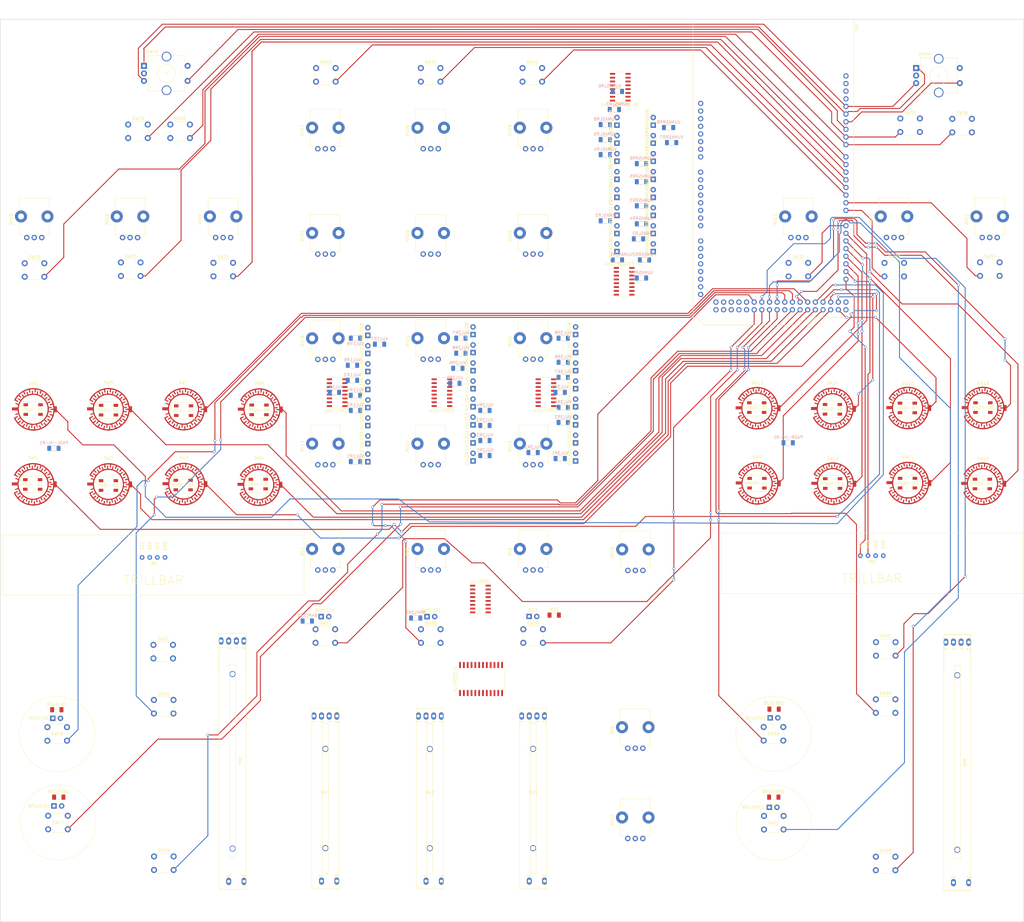
<source format=kicad_pcb>
(kicad_pcb (version 20210228) (generator pcbnew)
  (layers (0 "F.Cu" signal) (31 "B.Cu" power) (34 "B.Paste" user) (35 "F.Paste" user) (36 "B.SilkS" user "B.Silkscreen") (37 "F.SilkS" user "F.Silkscreen") (38 "B.Mask" user) (39 "F.Mask" user) (44 "Edge.Cuts" user))
  (net 0 "")
  (net 1 "GND")
  (net 2 "VCC")
  (net 3 "FILTER-L2")
  (net 4 "FILTER-L3")
  (net 5 "BAS-L1")
  (net 6 "BAS-L2")
  (net 7 "BAS-L3")
  (net 8 "MID-L1")
  (net 9 "MID-L2")
  (net 10 "MID-L3")
  (net 11 "MPLEX-A0")
  (net 12 "MPLEX-S0")
  (net 13 "MPLEX-S1")
  (net 14 "MPLEX-S3")
  (net 15 "PITCH-L")
  (net 16 "FADER-L1")
  (net 17 "FADER-L2")
  (net 18 "FADER-L3")
  (net 19 "PMIX-HP")
  (net 20 "PVOL-HP")
  (net 21 "PITCH-R")
  (net 22 "FILTER-L1")
  (net 23 "MPLEX-S2")
  (net 24 "PFX-1L")
  (net 25 "PFX-3R")
  (net 26 "PFX-2R")
  (net 27 "PFX-1R")
  (net 28 "PMASTER")
  (net 29 "TRE-L3")
  (net 30 "TRE-L2")
  (net 31 "TRE-L1")
  (net 32 "GAIN-L1")
  (net 33 "GAIN-L2")
  (net 34 "GAIN-L3")
  (net 35 "PFX-2L")
  (net 36 "PFX-3L")
  (net 37 "SWCUE-R")
  (net 38 "SWPLAY-R")
  (net 39 "SWRANGE-R")
  (net 40 "SWSYNC-R")
  (net 41 "SWSHIFT-R")
  (net 42 "SWPRECUE-L3")
  (net 43 "SWPRECUE-L2")
  (net 44 "SWPRECUE-L1")
  (net 45 "SWSHIFT-L")
  (net 46 "SWSYNC-L")
  (net 47 "SWRANGE-L")
  (net 48 "SWPLAY-L")
  (net 49 "SWCUE-L")
  (net 50 "SWFX1-L")
  (net 51 "SWFX2-L")
  (net 52 "SWFX3-L")
  (net 53 "SWBR-PREVIEW")
  (net 54 "SWBR-BACK")
  (net 55 "SWSEL-L1")
  (net 56 "SWSEL-L2")
  (net 57 "SWSEL-L3")
  (net 58 "SWPAD-L1")
  (net 59 "SWPAD-L2")
  (net 60 "SWPAD-L3")
  (net 61 "SWPAD-L4")
  (net 62 "SWPAD-L5")
  (net 63 "SWPAD-L6")
  (net 64 "SWPAD-L7")
  (net 65 "SWPAD-L8")
  (net 66 "SWFX1-R")
  (net 67 "SWFX2-R")
  (net 68 "SWFX3-R")
  (net 69 "SWPAD-R1")
  (net 70 "SWPAD-R2")
  (net 71 "SWPAD-R3")
  (net 72 "SWPAD-R4")
  (net 73 "SWPAD-R5")
  (net 74 "SWPAD-R6")
  (net 75 "SWPAD-R7")
  (net 76 "SWPAD-R8")
  (net 77 "VUL1-0")
  (net 78 "VUL1-1")
  (net 79 "VUL1-2")
  (net 80 "VUL1-3")
  (net 81 "VUL1-4")
  (net 82 "VUL1-5")
  (net 83 "VUL1-6")
  (net 84 "VUL1-7")
  (net 85 "LEDPLAYR")
  (net 86 "LEDCUER")
  (net 87 "LEDPLAYL")
  (net 88 "LEDCUEL")
  (net 89 "VUL2-0")
  (net 90 "VUL2-1")
  (net 91 "VUL2-2")
  (net 92 "VUL2-3")
  (net 93 "VUL2-4")
  (net 94 "VUL2-5")
  (net 95 "VUL2-6")
  (net 96 "VUL2-7")
  (net 97 "LEDHPL3")
  (net 98 "LEDHPL2")
  (net 99 "LEDHPL1")
  (net 100 "VUL3-0")
  (net 101 "VUL3-1")
  (net 102 "VUL3-2")
  (net 103 "VUL3-3")
  (net 104 "VUL3-4")
  (net 105 "VUL3-5")
  (net 106 "VUL3-6")
  (net 107 "VUL3-7")
  (net 108 "VUMASL-0")
  (net 109 "VUMASL-1")
  (net 110 "VUMASL-2")
  (net 111 "VUMASL-3")
  (net 112 "VUMASL-4")
  (net 113 "VUMASL-5")
  (net 114 "VUMASL-6")
  (net 115 "VUMASL-7")
  (net 116 "VUMASR-0")
  (net 117 "VUMASR-1")
  (net 118 "VUMASR-2")
  (net 119 "VUMASR-3")
  (net 120 "VUMASR-4")
  (net 121 "VUMASR-5")
  (net 122 "VUMASR-6")
  (net 123 "VUMASR-7")
  (net 124 "Net-(U-LEDS1-Pad14)")
  (net 125 "Net-(UVU-LINE1-Pad9)")
  (net 126 "Net-(UVU-LINE2-Pad9)")
  (net 127 "Net-(UVU-LINE3-Pad9)")
  (net 128 "Net-(UVU-MASTER-L1-Pad9)")
  (net 129 "SW_BROWSER_R")
  (net 130 "SW_BROWSER_L")
  (net 131 "Net-(BCUELD1-Pad1)")
  (net 132 "Net-(BCUERD1-Pad1)")
  (net 133 "Net-(BHPL1D1-Pad1)")
  (net 134 "Net-(BHPL2D1-Pad1)")
  (net 135 "Net-(BPLAYLD1-Pad1)")
  (net 136 "Net-(BPLAYRD1-Pad1)")
  (net 137 "Net-(D23-Pad1)")
  (net 138 "Net-(VUL1D1-Pad1)")
  (net 139 "Net-(VUL1D2-Pad1)")
  (net 140 "Net-(VUL1D3-Pad1)")
  (net 141 "Net-(VUL1D4-Pad1)")
  (net 142 "Net-(VUL1D5-Pad1)")
  (net 143 "Net-(VUL1D6-Pad1)")
  (net 144 "Net-(VUL1D7-Pad1)")
  (net 145 "Net-(VUL1D8-Pad1)")
  (net 146 "Net-(VUL2D1-Pad1)")
  (net 147 "Net-(VUL2D2-Pad1)")
  (net 148 "Net-(VUL2D3-Pad1)")
  (net 149 "Net-(VUL2D4-Pad1)")
  (net 150 "Net-(VUL2D5-Pad1)")
  (net 151 "Net-(VUL2D6-Pad1)")
  (net 152 "Net-(VUL2D7-Pad1)")
  (net 153 "Net-(VUL2D8-Pad1)")
  (net 154 "Net-(VUL3D1-Pad1)")
  (net 155 "Net-(VUL3D2-Pad1)")
  (net 156 "Net-(VUL3D3-Pad1)")
  (net 157 "Net-(VUL3D4-Pad1)")
  (net 158 "Net-(VUL3D5-Pad1)")
  (net 159 "Net-(VUL3D6-Pad1)")
  (net 160 "Net-(VUL3D7-Pad1)")
  (net 161 "Net-(VUL3D8-Pad1)")
  (net 162 "Net-(VUMASLD1-Pad1)")
  (net 163 "Net-(VUMASLD2-Pad1)")
  (net 164 "Net-(VUMASLD3-Pad1)")
  (net 165 "Net-(VUMASLD4-Pad1)")
  (net 166 "Net-(VUMASLD5-Pad1)")
  (net 167 "Net-(VUMASLD6-Pad1)")
  (net 168 "Net-(VUMASLD7-Pad1)")
  (net 169 "Net-(VUMASLD8-Pad1)")
  (net 170 "Net-(VUMASRD1-Pad1)")
  (net 171 "Net-(VUMASRD2-Pad1)")
  (net 172 "Net-(VUMASRD3-Pad1)")
  (net 173 "Net-(VUMASRD4-Pad1)")
  (net 174 "Net-(VUMASRD5-Pad1)")
  (net 175 "Net-(VUMASRD6-Pad1)")
  (net 176 "Net-(VUMASRD7-Pad1)")
  (net 177 "Net-(VUMASRD8-Pad1)")
  (net 178 "Net-(PADL-D1-Pad2)")
  (net 179 "Net-(PADL-D1-Pad4)")
  (net 180 "Net-(PADL-D2-Pad2)")
  (net 181 "Net-(PADL-D3-Pad2)")
  (net 182 "Net-(PADL-D4-Pad2)")
  (net 183 "Net-(PADL-D5-Pad2)")
  (net 184 "Net-(PADL-D6-Pad2)")
  (net 185 "Net-(PADL-D7-Pad2)")
  (net 186 "SIG_PAD_LED_L")
  (net 187 "Net-(PADR-D1-Pad2)")
  (net 188 "Net-(PADR-D1-Pad4)")
  (net 189 "Net-(PADR-D2-Pad2)")
  (net 190 "Net-(PADR-D3-Pad2)")
  (net 191 "Net-(PADR-D4-Pad2)")
  (net 192 "Net-(PADR-D5-Pad2)")
  (net 193 "Net-(PADR-D6-Pad2)")
  (net 194 "Net-(PADR-D7-Pad2)")
  (net 195 "BROWSER_A")
  (net 196 "BROWSER_B")
  (net 197 "SF-CLOCK")
  (net 198 "SF-LATCH")
  (net 199 "SF-DATA")
  (net 200 "SDA")
  (net 201 "SCL")
  (footprint "Library:sw-pad" (layer "F.Cu") (at 384.483053 208.0162)
    (fp_text reference "SW11")
    (fp_text value "SWPADR3")
  )
  (footprint "LED_THT:LED_Rectangular_W3.0mm_H2.0mm" (layer "F.Cu") (at 240.0572 194.6688 90)
    (fp_text reference "VUL2D2")
    (fp_text value "LED_Filled")
  )
  (footprint "LED_THT:LED_Rectangular_W3.0mm_H2.0mm" (layer "F.Cu") (at 299.9196 119.0768 90)
    (fp_text reference "VUMASRD3")
    (fp_text value "LED_Filled")
  )
  (footprint "Button_Switch_THT:SW_PUSH_6mm_H5mm" (layer "F.Cu") (at 125.5072 88.8728)
    (fp_text reference "SW25")
    (fp_text value "SWBR-PREVL")
  )
  (footprint "LED_THT:LED_Rectangular_W3.0mm_H2.0mm" (layer "F.Cu") (at 287.8596 131.0768 90)
    (fp_text reference "VUMASLD1")
    (fp_text value "LED_Filled")
  )
  (footprint "Button_Switch_THT:SW_PUSH_6mm_H5mm" (layer "F.Cu") (at 336.7 318.65)
    (fp_text reference "SW27")
    (fp_text value "SWPLAYR")
  )
  (footprint "Potentiometer_THT:Potentiometer_Bourns_PTV09A-1_Single_Vertical" (layer "F.Cu") (at 228.5072 166.8728 90)
    (fp_text reference "RV20")
    (fp_text value "MIDL2")
  )
  (footprint "LED_THT:LED_Rectangular_W3.0mm_H2.0mm" (layer "F.Cu") (at 299.9196 95.0768 90)
    (fp_text reference "VUMASRD7")
    (fp_text value "LED_Filled")
  )
  (footprint "Library:fader-L60" (layer "F.Cu") (at 225.7172 312.8928 -90)
    (fp_text reference "RV2")
    (fp_text value "FADERL2")
  )
  (footprint "Potentiometer_THT:Potentiometer_Bourns_PTV09A-1_Single_Vertical" (layer "F.Cu") (at 350.6312 126.4268 90)
    (fp_text reference "RV11")
    (fp_text value "PFX1R")
  )
  (footprint "Library:sw-pad" (layer "F.Cu") (at 143.9242 183.4788)
    (fp_text reference "SW7")
    (fp_text value "SWPADL7")
  )
  (footprint "LED_THT:LED_Rectangular_W3.0mm_H2.0mm" (layer "F.Cu") (at 240.0572 182.6688 90)
    (fp_text reference "VUL2D4")
    (fp_text value "LED_Filled")
  )
  (footprint "Button_Switch_THT:SW_PUSH_6mm_H5mm" (layer "F.Cu") (at 373.85 332.2)
    (fp_text reference "SW29")
    (fp_text value "SWSHIFTR")
  )
  (footprint "Potentiometer_THT:Potentiometer_Bourns_PTV09A-1_Single_Vertical" (layer "F.Cu") (at 228.5072 96.9228 90)
    (fp_text reference "RV28")
    (fp_text value "GAINL2")
  )
  (footprint "Potentiometer_THT:Potentiometer_Bourns_PTV09A-1_Single_Vertical" (layer "F.Cu") (at 193.5072 236.9228 90)
    (fp_text reference "RV7")
    (fp_text value "FILTERL1")
  )
  (footprint "LED_THT:LED_Rectangular_W3.0mm_H2.0mm" (layer "F.Cu") (at 205.1172 164.9388 90)
    (fp_text reference "VUL1D7")
    (fp_text value "LED_Filled")
  )
  (footprint "Button_Switch_THT:SW_PUSH_6mm_H5mm" (layer "F.Cu") (at 381.984 86.8592)
    (fp_text reference "SW35")
    (fp_text value "SWBR-PREVR")
  )
  (footprint "Button_Switch_THT:SW_PUSH_6mm_H5mm" (layer "F.Cu") (at 256.5012 70.1108)
    (fp_text reference "SW42")
    (fp_text value "SWSEL3")
  )
  (footprint "LED_THT:LED_Rectangular_W3.0mm_H2.0mm" (layer "F.Cu") (at 205.1172 158.9388 90)
    (fp_text reference "VUL1D8")
    (fp_text value "LED_Filled")
  )
  (footprint "Library:sw-pad" (layer "F.Cu") (at 93.9642 208.4388)
    (fp_text reference "SW1")
    (fp_text value "SWPADL1")
  )
  (footprint "LED_THT:LED_Rectangular_W3.0mm_H2.0mm" (layer "F.Cu") (at 100.475 286.2)
    (fp_text reference "BCUELD1")
    (fp_text value "LED_ALT")
  )
  (footprint "Button_Switch_THT:SW_PUSH_6mm_H5mm" (layer "F.Cu") (at 256.7572 256.6228)
    (fp_text reference "SW39")
    (fp_text value "SWPCUEL3")
  )
  (footprint "Rotary_Encoder:RotaryEncoder_Alps_EC11E-Switch_Vertical_H20mm_CircularMountingHoles" (layer "F.Cu") (at 387.234 70.1092)
    (fp_text reference "SW44")
    (fp_text value "BROWSER-R")
  )
  (footprint "LED_THT:LED_Rectangular_W3.0mm_H2.0mm" (layer "F.Cu") (at 240.0572 176.6688 90)
    (fp_text reference "VUL2D5")
    (fp_text value "LED_Filled")
  )
  (footprint "Package_SO:SO-16_3.9x9.9mm_P1.27mm" (layer "F.Cu") (at 242.5034 246.5616)
    (fp_text reference "U-LEDS1")
    (fp_text value "74HC595")
  )
  (footprint "LED_THT:LED_Rectangular_W3.0mm_H2.0mm" (layer "F.Cu") (at 205.1172 200.9388 90)
    (fp_text reference "VUL1D1")
    (fp_text value "LED_Filled")
  )
  (footprint "Library:sw-pad" (layer "F.Cu") (at 119.0042 208.4788)
    (fp_text reference "SW2")
    (fp_text value "SWPADL2")
  )
  (footprint "Library:sw-pad" (layer "F.Cu") (at 359.540253 208.2416)
    (fp_text reference "SW10")
    (fp_text value "SWPADR2")
  )
  (footprint "LED_THT:LED_Rectangular_W3.0mm_H2.0mm" (layer "F.Cu") (at 205.1172 176.9388 90)
    (fp_text reference "VUL1D5")
    (fp_text value "LED_Filled")
  )
  (footprint "Potentiometer_THT:Potentiometer_Bourns_PTV09A-1_Single_Vertical" (layer "F.Cu") (at 262.5072 236.9228 90)
    (fp_text reference "RV9")
    (fp_text value "FILTERL3")
  )
  (footprint "LED_SMD:LED_WS2812B_PLCC4_5.0x5.0mm_P3.2mm" (layer "F.Cu") (at 168.9862 183.6928)
    (fp_text reference "PADL-D8")
    (fp_text value "WS2812B")
  )
  (footprint "Button_Switch_THT:SW_PUSH_6mm_H5mm" (layer "F.Cu") (at 134.1 332.1)
    (fp_text reference "SW19")
    (fp_text value "SWSHIFTL")
  )
  (footprint "Button_Switch_THT:SW_PUSH_6mm_H5mm" (layer "F.Cu") (at 222.7192 70.1108)
    (fp_text reference "SW41")
    (fp_text value "SWSEL2")
  )
  (footprint "Potentiometer_THT:Potentiometer_Bourns_PTV09A-1_Single_Vertical" (layer "F.Cu") (at 193.5072 96.9228 90)
    (fp_text reference "RV27")
    (fp_text value "GAINL1")
  )
  (footprint "LED_THT:LED_Rectangular_W3.0mm_H2.0mm" (layer "F.Cu") (at 287.8596 113.0768 90)
    (fp_text reference "VUMASLD4")
    (fp_text value "LED_Filled")
  )
  (footprint "LED_SMD:LED_WS2812B_PLCC4_5.0x5.0mm_P3.2mm" (layer "F.Cu") (at 384.3666 208.0516)
    (fp_text reference "PADR-D3")
    (fp_text value "WS2812B")
  )
  (footprint "Potentiometer_THT:Potentiometer_Bourns_PTV09A-1_Single_Vertical" (layer "F.Cu") (at 228.5072 236.9228 90)
    (fp_text reference "RV8")
    (fp_text value "FILTERL2")
  )
  (footprint "Library:sw-pad" (layer "F.Cu") (at 409.324253 208.2656)
    (fp_text reference "SW12")
    (fp_text value "SWPADR4")
  )
  (footprint "LED_THT:LED_Rectangular_W3.0mm_H2.0mm" (layer "F.Cu") (at 287.8596 107.0768 90)
    (fp_text reference "VUMASLD5")
    (fp_text value "LED_Filled")
  )
  (footprint "Button_Switch_THT:SW_PUSH_6mm_H5mm" (layer "F.Cu") (at 98.9354 318.588)
    (fp_text reference "SW17")
    (fp_text value "SWPLAYL")
  )
  (footprint "LED_THT:LED_Rectangular_W3.0mm_H2.0mm" (layer "F.Cu") (at 274.1172 188.6688 90)
    (fp_text reference "VUL3D3")
    (fp_text value "LED_Filled")
  )
  (footprint "Potentiometer_THT:Potentiometer_Bourns_PTV09A-1_Single_Vertical" (layer "F.Cu") (at 262.5072 96.9228 90)
    (fp_text reference "RV29")
    (fp_text value "GAINL3")
  )
  (footprint "LED_SMD:LED_WS2812B_PLCC4_5.0x5.0mm_P3.2mm" (layer "F.Cu") (at 359.4238 183.5148)
    (fp_text reference "PADR-D6")
    (fp_text value "WS2812B")
  )
  (footprint "LED_THT:LED_Rectangular_W3.0mm_H2.0mm" (layer "F.Cu") (at 299.9196 107.0768 90)
    (fp_text reference "VUMASRD5")
    (fp_text value "LED_Filled")
  )
  (footprint "Package_SO:SO-16_3.9x9.9mm_P1.27mm" (layer "F.Cu") (at 288.9696 76.4668 180)
    (fp_text reference "UVU-MASTER-R1")
    (fp_text value "74HC595")
  )
  (footprint "Button_Switch_THT:SW_PUSH_6mm_H5mm" (layer "F.Cu") (at 187.7572 256.6228)
    (fp_text reference "SW37")
    (fp_text value "SWPCUEL1")
  )
  (footprint "LED_THT:LED_Rectangular_W3.0mm_H2.0mm" (layer "F.Cu") (at 274.1172 194.6688 90)
    (fp_text reference "VUL3D2")
    (fp_text value "LED_Filled")
  )
  (footprint "Potentiometer_THT:Potentiometer_Bourns_PTV09A-1_Single_Vertical" (layer "F.Cu") (at 228.5072 201.9228 90)
    (fp_text reference "RV14")
    (fp_text value "BASL2")
  )
  (footprint "Button_Switch_THT:SW_PUSH_6mm_H5mm" (layer "F.Cu") (at 134.05 280.1)
    (fp_text reference "SW20")
    (fp_text value "SWSYNCL")
  )
  (footprint "LED_THT:LED_Rectangular_W3.0mm_H2.0mm" (layer "F.Cu") (at 287.8596 95.0768 90)
    (fp_text reference "VUMASLD7")
    (fp_text value "LED_Filled")
  )
  (footprint "Library:trillbar" (layer "F.Cu") (at 133.9342 235.2802)
    (fp_text reference "TB1")
    (fp_text value "trillbar-left")
  )
  (footprint "Library:sw-pad" (layer "F.Cu") (at 169.0442 183.5988)
    (fp_text reference "SW8")
    (fp_text value "SWPADL8")
  )
  (footprint "Arduino:Arduino_Mega2560_Shield" (layer "F.Cu") (at 313.1267 53.9098 -90)
    (fp_text reference "XA1")
    (fp_text value "Arduino_Mega2560_Shield")
  )
  (footprint "LED_THT:LED_Rectangular_W3.0mm_H2.0mm" (layer "F.Cu") (at 189.5952 252.4108)
    (fp_text reference "BHPL1D1")
    (fp_text value "LED_ALT")
  )
  (footprint "Button_Switch_THT:SW_PUSH_6mm_H5mm" (layer "F.Cu") (at 376.7182 134.8554)
    (fp_text reference "SW33")
    (fp_text value "SWFX2R")
  )
  (footprint "Potentiometer_THT:Potentiometer_Bourns_PTV09A-1_Single_Vertical" (layer "F.Cu") (at 193.5072 131.9228 90)
    (fp_text reference "RV24")
    (fp_text value "TREL1")
  )
  (footprint "Resistor_SMD:R_1206_3216Metric_Pad1.30x1.75mm_HandSolder" (layer "F.Cu") (at 102.45 312.4)
    (fp_text reference "BPLAYLR1")
    (fp_text value "R_Small")
  )
  (footprint "LED_SMD:LED_WS2812B_PLCC4_5.0x5.0mm_P3.2mm" (layer "F.Cu") (at 118.962 183.7942)
    (fp_text reference "PADL-D6")
    (fp_text value "WS2812B")
  )
  (footprint "LED_SMD:LED_WS2812B_PLCC4_5.0x5.0mm_P3.2mm" (layer "F.Cu") (at 93.7906 208.483)
    (fp_text reference "PADL-D1")
    (fp_text value "WS2812B")
  )
  (footprint "Resistor_SMD:R_1206_3216Metric_Pad1.30x1.75mm_HandSolder" (layer "F.Cu") (at 340.05 283.17)
    (fp_text reference "BCUERR1")
    (fp_text value "R_Small")
  )
  (footprint "Library:sw-pad" (layer "F.Cu") (at 144.009653 208.3588)
    (fp_text reference "SW3")
    (fp_text value "SWPADL3")
  )
  (footprint "Potentiometer_THT:Potentiometer_Bourns_PTV09A-1_Single_Vertical" (layer "F.Cu") (at 262.5072 166.8728 90)
    (fp_text reference "RV21")
    (fp_text value "MIDL3")
  )
  (footprint "Button_Switch_THT:SW_PUSH_6mm_H5mm" (layer "F.Cu") (at 373.9 260.9)
    (fp_text reference "SW31")
    (fp_text value "SWRANGER")
  )
  (footprint "Potentiometer_THT:Potentiometer_Bourns_PTV09A-1_Single_Vertical" (layer "F.Cu") (at 262.5072 201.9228 90)
    (fp_text reference "RV15")
    (fp_text value "BASL3")
  )
  (footprint "Package_SO:SO-16_3.9x9.9mm_P1.27mm" (layer "F.Cu") (at 290.2396 140.9828)
    (fp_text reference "UVU-MASTER-L1")
    (fp_text value "74HC595")
  )
  (footprint "LED_THT:LED_Rectangular_W3.0mm_H2.0mm" (layer "F.Cu") (at 205.1172 170.9388 90)
    (fp_text reference "VUL1D6")
    (fp_text value "LED_Filled")
  )
  (footprint "Potentiometer_THT:Potentiometer_Bourns_PTV09A-1_Single_Vertical" (layer "F.Cu") (at 193.5072 166.9228 90)
    (fp_text reference "RV19")
    (fp_text value "MIDL1")
  )
  (footprint "LED_THT:LED_Rectangular_W3.0mm_H2.0mm" (layer "F.Cu") (at 274.1172 176.6688 90)
    (fp_text reference "VUL3D5")
    (fp_text value "LED_Filled")
  )
  (footprint "LED_THT:LED_Rectangular_W3.0mm_H2.0mm" (layer "F.Cu") (at 205.1172 182.9388 90)
    (fp_text reference "VUL1D4")
    (fp_text value "LED_Filled")
  )
  (footprint "Potentiometer_THT:Potentiometer_Bourns_PTV09A-1_Single_Vertical" (layer "F.Cu") (at 128.6352 126.4268 90)
    (fp_text reference "RV16")
    (fp_text value "PFX2L")
  )
  (footprint "Package_SO:SO-16_3.9x9.9mm_P1.27mm" (layer "F.Cu") (at 229.7272 177.9888 180)
    (fp_text reference "UVU-LINE2")
    (fp_text value "74HC595")
  )
  (footprint "Resistor_SMD:R_1206_3216Metric_Pad1.30x1.75mm_HandSolder" (layer "F.Cu") (at 101.8 283.35)
    (fp_text reference "BCUELR1")
    (fp_text value "R_Small")
  )
  (footprint "Library:sw-pad" (layer "F.Cu") (at 168.919653 208.5788)
    (fp_text reference "SW4")
    (fp_text value "SWPADL4")
  )
  (footprint "LED_THT:LED_Rectangular_W3.0mm_H2.0mm" (layer "F.Cu") (at 274.1172 182.6688 90)
    (fp_text reference "VUL3D4")
    (fp_text value "LED_Filled")
  )
  (footprint "LED_THT:LED_Rectangular_W3.0mm_H2.0mm" (layer "F.Cu") (at 299.9196 89.0768 90)
    (fp_text reference "VUMASRD8")
    (fp_text value "LED_Filled")
  )
  (footprint "Library:fader-L60" (layer "F.Cu") (at 260.0072 312.8728 -90)
    (fp_text reference "RV3")
    (fp_text value "FADERL3")
  )
  (footprint "Potentiometer_THT:Potentiometer_Bourns_PTV09A-1_Single_Vertical" (layer "F.Cu") (at 296.4592 326.1544 90)
    (fp_text reference "RV12")
    (fp_text value "PVOL-HP")
  )
  (footprint "LED_THT:LED_Rectangular_W3.0mm_H2.0mm" (layer "F.Cu") (at 274.1172 200.6688 90)
    (fp_text reference "VUL3D1")
    (fp_text value "LED_Filled")
  )
  (footprint "Potentiometer_THT:Potentiometer_Bourns_PTV09A-1_Single_Vertical" (layer "F.Cu") (at 96.8052 126.4268 90)
    (fp_text reference "RV10")
    (fp_text value "PFX1L")
  )
  (footprint "Button_Switch_THT:SW_PUSH_6mm_H5mm" (layer "F.Cu") (at 123.1072 134.7128)
    (fp_text reference "SW23")
    (fp_text value "SWFX2L")
  )
  (footprint "Button_Switch_THT:SW_PUSH_6mm_H5mm" (layer "F.Cu") (at 98.6836 289.1482)
    (fp_text reference "SW18")
    (fp_text value "SWCUEL")
  )
  (footprint "LED_THT:LED_Rectangular_W3.0mm_H2.0mm" (layer "F.Cu") (at 240.0572 188.6688 90)
    (fp_text reference "VUL2D3")
    (fp_text value "LED_Filled")
  )
  (footprint "Library:fader-L60" (layer "F.Cu") (at 191.0072 312.8728 -90)
    (fp_text reference "RV1")
    (fp_text value "FADERL1")
  )
  (footprint "LED_THT:LED_Rectangular_W3.0mm_H2.0mm" (layer "F.Cu") (at 287.8596 89.0768 90)
    (fp_text reference "VUMASLD8")
    (fp_text value "LED_Filled")
  )
  (footprint "Library:sw-pad" (layer "F.Cu") (at 409.476653 183.0734)
    (fp_text reference "SW16")
    (fp_text value "SWPADR8")
  )
  (footprint "LED_THT:LED_Rectangular_W3.0mm_H2.0mm" (layer "F.Cu") (at 274.1172 164.6688 90)
    (fp_text reference "VUL3D7")
    (fp_text value "LED_Filled")
  )
  (footprint "LED_THT:LED_Rectangular_W3.0mm_H2.0mm" (layer "F.Cu") (at 205.1172 194.9388 90)
    (fp_text reference "VUL1D2")
    (fp_text value "LED_Filled")
  )
  (footprint "LED_THT:LED_Rectangular_W3.0mm_H2.0mm" (layer "F.Cu") (at 258.6782 252.36)
    (fp_text reference "D23")
    (fp_text value "LED_ALT")
  )
  (footprint "LED_THT:LED_Rectangular_W3.0mm_H2.0mm" (layer "F.Cu") (at 205.1172 188.9388 90)
    (fp_text reference "VUL1D3")
    (fp_text value "LED_Filled")
  )
  (footprint "Button_Switch_THT:SW_PUSH_6mm_H5mm" (layer "F.Cu") (at 336.6 289.1)
    (fp_text reference "SW28")
    (fp_text value "SWCUER")
  )
  (footprint "Button_Switch_THT:SW_PUSH_6mm_H5mm" (layer "F.Cu") (at 91.1472 134.9668)
    (fp_text reference "SW22")
    (fp_text value "SWFX1L")
  )
  (footprint "Library:fader-L75" (layer "F.Cu") (at 400.9 300.9 -90)
    (fp_text reference "RV5")
    (fp_text value "PITH-R")
  )
  (footprint "LED_SMD:LED_WS2812B_PLCC4_5.0x5.0mm_P3.2mm" (layer "F.Cu") (at 93.9408 183.6164)
    (fp_text reference "PADL-D5")
    (fp_text value "WS2812B")
  )
  (footprint "LED_THT:LED_Rectangular_W3.0mm_H2.0mm" (layer "F.Cu") (at 299.9196 125.0768 90)
    (fp_text reference "VUMASRD2")
    (fp_text value "LED_Filled")
  )
  (footprint "LED_THT:LED_Rectangular_W3.0mm_H2.0mm" (layer "F.Cu") (at 240.0572 164.6688 90)
    (fp_text reference "VUL2D7")
    (fp_text value "LED_Filled")
  )
  (footprint "Button_Switch_THT:SW_PUSH_6mm_H5mm" (layer "F.Cu") (at 187.9212 70.1108)
    (fp_text reference "SW40")
    (fp_text value "SWSEL1")
  )
  (footprint "LED_THT:LED_Rectangular_W3.0mm_H2.0mm" (layer "F.Cu") (at 240.0572 170.6688 90)
    (fp_text reference "VUL2D6")
    (fp_text value "LED_Filled")
  )
  (footprint "Package_SO:SO-16_3.9x9.9mm_P1.27mm" (layer "F.Cu") (at 194.9292 177.9888 180)
    (fp_text reference "UVU-LINE1")
    (fp_text value "74HC595")
  )
  (footprint "Rotary_Encoder:RotaryEncoder_Alps_EC11E-Switch_Vertical_H20mm_CircularMountingHoles" (layer "F.Cu") (at 130.7572 69.3728)
    (fp_text reference "SW43")
    (fp_text value "BROWSER-L")
  )
  (footprint "LED_THT:LED_Rectangular_W3.0mm_H2.0mm" (layer "F.Cu") (at 299.9196 101.0768 90)
    (fp_text reference "VUMASRD6")
    (fp_text value "LED_Filled")
  )
  (footprint "LED_SMD:LED_WS2812B_PLCC4_5.0x5.0mm_P3.2mm" (layer "F.Cu") (at 384.3158 183.058)
    (fp_text reference "PADR-D7")
    (fp_text value "WS2812B")
  )
  (footprint "LED_SMD:LED_WS2812B_PLCC4_5.0x5.0mm_P3.2mm" (layer "F.Cu") (at 334.2894 182.9562)
    (fp_text reference "PADR-D5")
    (fp_text value "WS2812B")
  )
  (footprint "LED_SMD:LED_WS2812B_PLCC4_5.0x5.0mm_P3.2mm" (layer "F.Cu") (at 409.2332 208.3306)
    (fp_text reference "PADR-D4")
    (fp_text value "WS2812B")
  )
  (footprint "Resistor_SMD:R_1206_3216Metric_Pad1.30x1.75mm_HandSolder" (layer "F.Cu") (at 267.0144 251.9028)
    (fp_text reference "R23")
    (fp_text value "R_Small")
  )
  (footprint "Potentiometer_THT:Potentiometer_Bourns_PTV09A-1_Single_Vertical" (layer "F.Cu") (at 414.1712 126.4048 90)
    (fp_text reference "RV23")
    (fp_text value "PFX3R")
  )
  (footprint "LED_THT:LED_Rectangular_W3.0mm_H2.0mm" (layer "F.Cu") (at 287.8596 119.0768 90)
    (fp_text reference "VUMASLD3")
    (fp_text value "LED_Filled")
  )
  (footprint "Potentiometer_THT:Potentiometer_Bourns_PTV09A-1_Single_Vertical" (layer "F.Cu") (at 296.4592 296.1544 90)
    (fp_text reference "RV6")
    (fp_text value "PMIX-HP")
  )
  (footprint "Potentiometer_THT:Potentiometer_Bourns_PTV09A-1_Single_Vertical" (layer "F.Cu") (at 228.5072 131.9228 90)
    (fp_text reference "RV25")
    (fp_text value "TREL2")
  )
  (footprint "Package_SO:SO-16_3.9x9.9mm_P1.27mm" (layer "F.Cu") (at 264.2712 177.9888 180)
    (fp_text reference "UVU-LINE3")
    (fp_text value "74HC595")
  )
  (footprint "LED_SMD:LED_WS2812B_PLCC4_5.0x5.0mm_P3.2mm" (layer "F.Cu") (at 334.3794 208.0766)
    (fp_text reference "PADR-D1")
    (fp_text value "WS2812B")
  )
  (footprint "LED_THT:LED_Rectangular_W3.0mm_H2.0mm" (layer "F.Cu") (at 299.9196 113.0768 90)
    (fp_text reference "VUMASRD4")
    (fp_text value "LED_Filled")
  )
  (footprint "Button_Switch_THT:SW_PUSH_6mm_H5mm" (layer "F.Cu") (at 153.8332 134.8148)
    (fp_text reference "SW24")
    (fp_text value "SWFX3L")
  )
  (footprint "Button_Switch_THT:SW_PUSH_6mm_H5mm" (layer "F.Cu") (at 139.5072 88.8728)
    (fp_text reference "SW26")
    (fp_text value "SWBR-BACKL")
  )
  (footprint "LED_THT:LED_Rectangular_W3.0mm_H2.0mm" (layer "F.Cu") (at 287.8596 125.0768 90)
    (fp_text reference "VUMASLD2")
    (fp_text value "LED_Filled")
  )
  (footprint "Button_Switch_THT:SW_PUSH_6mm_H5mm" (layer "F.Cu") (at 408.4682 134.667)
    (fp_text reference "SW34")
    (fp_text value "SWFX3R")
  )
  (footprint "LED_THT:LED_Rectangular_W3.0mm_H2.0mm" (layer "F.Cu") (at 274.1172 170.6688 90)
    (fp_text reference "VUL3D6")
    (fp_text value "LED_Filled")
  )
  (footprint "LED_SMD:LED_WS2812B_PLCC4_5.0x5.0mm_P3.2mm" (layer "F.Cu") (at 409.411 182.956)
    (fp_text reference "PADR-D8")
    (fp_text value "WS2812B")
  )
  (footprint "Button_Switch_THT:SW_PUSH_6mm_H5mm" (layer "F.Cu") (at 344.8666 134.8448)
    (fp_text reference "SW32")
    (fp_text value "SWFX1R")
  )
  (footprint "Potentiometer_THT:Potentiometer_Bourns_PTV09A-1_Single_Vertical" (layer "F.Cu") (at 159.5432 126.4268 90)
    (fp_text reference "RV22")
    (fp_text value "PFX3L")
  )
  (footprint "Library:sw-pad" (layer "F.Cu") (at 384.432253 183.0734)
    (fp_text reference "SW15")
    (fp_text value "SWPADR7")
  )
  (footprint "LED_THT:LED_Rectangular_W3.0mm_H2.0mm" (layer "F.Cu") (at 338.753 286.041)
    (fp_text reference "BCUERD1")
    (fp_text value "LED_ALT")
  )
  (footprint "LED_THT:LED_Rectangular_W3.0mm_H2.0mm" (layer "F.Cu") (at 274.1172 158.6688 90)
    (fp_text reference "VUL3D8")
    (fp_text value "LED_Filled")
  )
  (footprint "Library:fader-L75" (layer "F.Cu") (at 160.17 300.5 -90)
    (fp_text reference "RV4")
    (fp_text value "PITCH-L")
  )
  (footprint "Potentiometer_THT:Potentiometer_Bourns_PTV09A-1_Single_Vertical" (layer "F.Cu") (at 262.5072 131.9228 90)
    (fp_text reference "RV26")
    (fp_text value "TREL3")
  )
  (footprint "LED_THT:LED_Rectangular_W3.0mm_H2.0mm" (layer "F.Cu") (at 287.8596 101.0768 90)
    (fp_text reference "VUMASLD6")
    (fp_text value "LED_Filled")
  )
  (footprint "LED_SMD:LED_WS2812B_PLCC4_5.0x5.0mm_P3.2mm" (layer "F.Cu") (at 143.7778 208.6862)
    (fp_text reference "PADL-D3")
    (fp_text value "WS2812B")
  )
  (footprint "Potentiometer_THT:Potentiometer_Bourns_PTV09A-1_Single_Vertical" (layer "F.Cu") (at 382.3812 126.4048 90)
    (fp_text reference "RV17")
    (fp_text value "PFX2R")
  )
  (footprint "Library:sw-pad" (layer "F.Cu") (at 118.959653 183.4988)
    (fp_text reference "SW6")
    (fp_text value "SWPADL6")
  )
  (footprint "LED_SMD:LED_WS2812B_PLCC4_5.0x5.0mm_P3.2mm" (layer "F.Cu") (at 168.7206 208.356)
    (fp_text reference "PADL-D4")
    (fp_text value "WS2812B")
  )
  (footprint "Resistor_SMD:R_1206_3216Metric_Pad1.30x1.75mm_HandSolder" (layer "F.Cu") (at 339.95 312.4)
    (fp_text reference "BPLAYRR1")
    (fp_text value "R_Small")
  )
  (footprint "LED_SMD:LED_WS2812B_PLCC4_5.0x5.0mm_P3.2mm" (layer "F.Cu") (at 143.9302 183.972)
    (fp_text reference "PADL-D7")
    (fp_text value "WS2812B")
  )
  (footprint "Library:sw-pad" (layer "F.Cu") (at 94.009653 183.5288)
    (fp_text reference "SW5")
    (fp_text value "SWPADL5")
  )
  (footprint "LED_THT:LED_Rectangular_W3.0mm_H2.0mm" (layer "F.Cu") (at 224.7742 252.4108)
    (fp_text reference "BHPL2D1")
    (fp_text value "LED_ALT")
  )
  (footprint "Potentiometer_THT:Potentiometer_Bourns_PTV09A-1_Single_Vertical" (layer "F.Cu") (at 193.5072 201.9228 90)
    (fp_text reference "RV13")
    (fp_text value "BASL1")
  )
  (footprint "Button_Switch_THT:SW_PUSH_6mm_H5mm" (layer "F.Cu") (at 399.247 86.9682)
    (fp_text reference "SW36")
    (fp_text value "SWBR-BACKR")
  )
  (footprint "Library:sw-pad" (layer "F.Cu") (at 334.394253 183.1496)
    (fp_text reference "SW13")
    (fp_text value "SWPADR5")
  )
  (footprint "LED_THT:LED_Rectangular_W3.0mm_H2.0mm" (layer "F.Cu") (at 299.9196 131.0768 90)
    (fp_text reference "VUMASRD1")
    (fp_text value "LED_Filled")
  )
  (footprint "LED_THT:LED_Rectangular_W3.0mm_H2.0mm" (layer "F.Cu") (at 240.0572 158.6688 90)
    (fp_text reference "VUL2D8")
    (fp_text value "LED_Filled")
  )
  (footprint "LED_THT:LED_Rectangular_W3.0mm_H2.0mm" (layer "F.Cu") (at 100.8634 315.341)
    (fp_text reference "BPLAYLD1")
    (fp_text value "LED_ALT")
  )
  (footprint "Library:sw-pad" (layer "F.Cu") (at 334.445053 208.1178)
    (fp_text reference "SW9")
    (fp_text value "SWPADR1")
  )
  (footprint "Package_SO:SOIC-24W_7.5x15.4mm_P1.27mm" (layer "F.Cu") (at 242.7224 273.1516 90)
    (fp_text reference "IC-POTS-1")
    (fp_text value "74HC4067D,653")
  )
  (footprint "Library:sw-pad" (layer "F.Cu") (at 359.413253 183.3736)
    (fp_text reference "SW14")
    (fp_text value "SWPADR6")
  )
  (footprint "Library:trillbar" (layer "F.Cu") (at 372.5164 234.696)
    (fp_text reference "TB2")
    (fp_text value "trillbar-right")
  )
  (footprint "Potentiometer_THT:Potentiometer_Bourns_PTV09A-1_Single_Vertical" (layer "F.Cu") (at 296.4892 237.0692 90)
    (fp_text reference "RV18")
    (fp_text value "PMASTER")
  )
  (footprint "LED_THT:LED_Rectangular_W3.0mm_H2.0mm" (layer "F.Cu") (at 240.0572 200.6688 90)
    (fp_text reference "VUL2D1")
    (fp_text value "LED_Filled")
  )
  (footprint "LED_SMD:LED_WS2812B_PLCC4_5.0x5.0mm_P3.2mm" (layer "F.Cu") (at 118.9482 208.8388)
    (fp_text reference "PADL-D2")
    (fp_text value "WS2812B")
  )
  (footprint "Button_Switch_THT:SW_PUSH_6mm_H5mm" (layer "F.Cu") (at 373.85 279.9)
    (fp_text reference "SW30")
    (fp_text value "SWSYNCR")
  )
  (footprint "Button_Switch_THT:SW_PUSH_6mm_H5mm" (layer "F.Cu") (at 222.7572 256.6228)
    (fp_text reference "SW38")
    (fp_text value "SWPCUEL2")
  )
  (footprint "LED_SMD:LED_WS2812B_PLCC4_5.0x5.0mm_P3.2mm" (layer "F.Cu") (at 359.5 208.1786)
    (fp_text reference "PADR-D2")
    (fp_text value "WS2812B")
  )
  (footprint "Button_Switch_THT:SW_PUSH_6mm_H5mm" (layer "F.Cu") (at 133.9 261.8)
    (fp_text reference "SW21")
    (fp_text value "SWRANGEL")
  )
  (footprint "LED_THT:LED_Rectangular_W3.0mm_H2.0mm" (layer "F.Cu") (at 338.475 315.8)
    (fp_text reference "BPLAYRD1")
    (fp_text value "LED_ALT")
  )
  (footprint "Resistor_SMD:R_1206_3216Metric_Pad1.30x1.75mm_HandSolder" (layer "B.Cu") (at 100.8386 196.469 180)
    (fp_text reference "PADL-IN-R1")
    (fp_text value "R_Small")
  )
  (footprint "Resistor_SMD:R_1206_3216Metric_Pad1.30x1.75mm_HandSolder" (layer "B.Cu") (at 260.0072 197.8728 180)
    (fp_text reference "VUL3R2")
    (fp_text value "R_Small")
  )
  (footprint "Resistor_SMD:R_1206_3216Metric_Pad1.30x1.75mm_HandSolder" (layer "B.Cu") (at 284.0072 120.8728 180)
    (fp_text reference "VUMASLR3")
    (fp_text value "R_Small")
  )
  (footprint "Resistor_SMD:R_1206_3216Metric_Pad1.30x1.75mm_HandSolder" (layer "B.Cu") (at 201.0072 159.8728)
    (fp_text reference "VUL1R8")
    (fp_text value "R_Small")
  )
  (footprint "Resistor_SMD:R_1206_3216Metric_Pad1.30x1.75mm_HandSolder" (layer "B.Cu") (at 269.0072 199.8728 180)
    (fp_text reference "VUL3R1")
    (fp_text value "R_Small")
  )
  (footprint "Resistor_SMD:R_1206_3216Metric_Pad1.30x1.75mm_HandSolder" (layer "B.Cu") (at 209.0072 161.8728 180)
    (fp_text reference "VUL1R7")
    (fp_text value "R_Small")
  )
  (footprint "Resistor_SMD:R_1206_3216Metric_Pad1.30x1.75mm_HandSolder" (layer "B.Cu") (at 288.0072 77.8728 180)
    (fp_text reference "VUMASLR6")
    (fp_text value "R_Small")
  )
  (footprint "Resistor_SMD:R_1206_3216Metric_Pad1.30x1.75mm_HandSolder" (layer "B.Cu") (at 269.0072 177.8728 180)
    (fp_text reference "VUL3R5")
    (fp_text value "R_Small")
  )
  (footprint "Resistor_SMD:R_1206_3216Metric_Pad1.30x1.75mm_HandSolder" (layer "B.Cu") (at 296.0072 115.8728 180)
    (fp_text reference "VUMASRR3")
    (fp_text value "R_Small")
  )
  (footprint "Resistor_SMD:R_1206_3216Metric_Pad1.30x1.75mm_HandSolder" (layer "B.Cu") (at 200.0072 173.8728 180)
    (fp_text reference "VUL1R3")
    (fp_text value "R_Small")
  )
  (footprint "Resistor_SMD:R_1206_3216Metric_Pad1.30x1.75mm_HandSolder" (layer "B.Cu") (at 244.0072 193.8728 180)
    (fp_text reference "VUL2R2")
    (fp_text value "R_Small")
  )
  (footprint "Resistor_SMD:R_1206_3216Metric_Pad1.30x1.75mm_HandSolder" (layer "B.Cu") (at 306.0072 94.8728 180)
    (fp_text reference "VUMASRR7")
    (fp_text value "R_Small")
  )
  (footprint "Resistor_SMD:R_1206_3216Metric_Pad1.30x1.75mm_HandSolder" (layer "B.Cu") (at 287.0072 83.8728 180)
    (fp_text reference "VUMASLR7")
    (fp_text value "R_Small")
  )
  (footprint "Resistor_SMD:R_1206_3216Metric_Pad1.30x1.75mm_HandSolder" (layer "B.Cu") (at 344.7294 194.6402 180)
    (fp_text reference "PADR-IN-R1")
    (fp_text value "R_Small")
  )
  (footprint "Resistor_SMD:R_1206_3216Metric_Pad1.30x1.75mm_HandSolder" (layer "B.Cu") (at 305.0072 89.8728 180)
    (fp_text reference "VUMASRR8")
    (fp_text value "R_Small")
  )
  (footprint "Resistor_SMD:R_1206_3216Metric_Pad1.30x1.75mm_HandSolder" (layer "B.Cu") (at 270.0072 159.8728 180)
    (fp_text reference "VUL3R8")
    (fp_text value "R_Small")
  )
  (footprint "Resistor_SMD:R_1206_3216Metric_Pad1.30x1.75mm_HandSolder" (layer "B.Cu") (at 284.0072 93.8728 180)
    (fp_text reference "VUMASLR5")
    (fp_text value "R_Small")
  )
  (footprint "Resistor_SMD:R_1206_3216Metric_Pad1.30x1.75mm_HandSolder" (layer "B.Cu") (at 270.0072 167.8728 180)
    (fp_text reference "VUL3R6")
    (fp_text value "R_Small")
  )
  (footprint "Resistor_SMD:R_1206_3216Metric_Pad1.30x1.75mm_HandSolder" (layer "B.Cu") (at 235.0072 169.8728 180)
    (fp_text reference "VUL2R6")
    (fp_text value "R_Small")
  )
  (footprint "Resistor_SMD:R_1206_3216Metric_Pad1.30x1.75mm_HandSolder" (layer "B.Cu") (at 284.0072 88.8728 180)
    (fp_text reference "VUMASLR8")
    (fp_text value "R_Small")
  )
  (footprint "Resistor_SMD:R_1206_3216Metric_Pad1.30x1.75mm_HandSolder" (layer "B.Cu") (at 295.0072 126.8728 180)
    (fp_text reference "VUMASLR2")
    (fp_text value "R_Small")
  )
  (footprint "Resistor_SMD:R_1206_3216Metric_Pad1.30x1.75mm_HandSolder" (layer "B.Cu") (at 244.0072 188.8728 180)
    (fp_text reference "VUL2R3")
    (fp_text value "R_Small")
  )
  (footprint "Resistor_SMD:R_1206_3216Metric_Pad1.30x1.75mm_HandSolder" (layer "B.Cu") (at 270.0072 187.8728 180)
    (fp_text reference "VUL3R3")
    (fp_text value "R_Small")
  )
  (footprint "Resistor_SMD:R_1206_3216Metric_Pad1.30x1.75mm_HandSolder" (layer "B.Cu") (at 297.0072 133.8728 180)
    (fp_text reference "VUMASRR2")
    (fp_text value "R_Small")
  )
  (footprint "Resistor_SMD:R_1206_3216Metric_Pad1.30x1.75mm_HandSolder" (layer "B.Cu") (at 236.0072 159.8728 180)
    (fp_text reference "VUL2R7")
    (fp_text value "R_Small")
  )
  (footprint "Resistor_SMD:R_1206_3216Metric_Pad1.30x1.75mm_HandSolder" (layer "B.Cu") (at 296.0072 139.8728 180)
    (fp_text reference "VUMASRR1")
    (fp_text value "R_Small")
  )
  (footprint "Resistor_SMD:R_1206_3216Metric_Pad1.30x1.75mm_HandSolder" (layer "B.Cu") (at 201.0072 200.8728 180)
    (fp_text reference "VUL1R1")
    (fp_text value "R_Small")
  )
  (footprint "Resistor_SMD:R_1206_3216Metric_Pad1.30x1.75mm_HandSolder" (layer "B.Cu") (at 221.0072 252.8728 180)
    (fp_text reference "BHPL2R1")
    (fp_text value "R_Small")
  )
  (footprint "Resistor_SMD:R_1206_3216Metric_Pad1.30x1.75mm_HandSolder" (layer "B.Cu") (at 270.0072 172.8728 180)
    (fp_text reference "VUL3R7")
    (fp_text value "R_Small")
  )
  (footprint "Resistor_SMD:R_1206_3216Metric_Pad1.30x1.75mm_HandSolder" (layer "B.Cu") (at 296.0072 121.8728 180)
    (fp_text reference "VUMASRR4")
    (fp_text value "R_Small")
  )
  (footprint "Resistor_SMD:R_1206_3216Metric_Pad1.30x1.75mm_HandSolder" (layer "B.Cu") (at 244.0072 183.8728 180)
    (fp_text reference "VUL2R4")
    (fp_text value "R_Small")
  )
  (footprint "Resistor_SMD:R_1206_3216Metric_Pad1.30x1.75mm_HandSolder" (layer "B.Cu") (at 201.0072 178.8728 180)
    (fp_text reference "VUL1R4")
    (fp_text value "R_Small")
  )
  (footprint "Resistor_SMD:R_1206_3216Metric_Pad1.30x1.75mm_HandSolder" (layer "B.Cu") (at 296.0072 101.8728 180)
    (fp_text reference "VUMASRR6")
    (fp_text value "R_Small")
  )
  (footprint "Resistor_SMD:R_1206_3216Metric_Pad1.30x1.75mm_HandSolder" (layer "B.Cu") (at 236.0072 164.8728 180)
    (fp_text reference "VUL2R8")
    (fp_text value "R_Small")
  )
  (footprint "Resistor_SMD:R_1206_3216Metric_Pad1.30x1.75mm_HandSolder" (layer "B.Cu") (at 201.0072 183.8728 180)
    (fp_text reference "VUL1R2")
    (fp_text value "R_Small")
  )
  (footprint "Resistor_SMD:R_1206_3216Metric_Pad1.30x1.75mm_HandSolder" (layer "B.Cu") (at 194.0072 177.8728 180)
    (fp_text reference "VUL1R5")
    (fp_text value "R_Small")
  )
  (footprint "Resistor_SMD:R_1206_3216Metric_Pad1.30x1.75mm_HandSolder" (layer "B.Cu") (at 244.0072 198.8728 180)
    (fp_text reference "VUL2R1")
    (fp_text value "R_Small")
  )
  (footprint "Resistor_SMD:R_1206_3216Metric_Pad1.30x1.75mm_HandSolder" (layer "B.Cu") (at 270.0072 182.8728 180)
    (fp_text reference "VUL3R4")
    (fp_text value "R_Small")
  )
  (footprint "Resistor_SMD:R_1206_3216Metric_Pad1.30x1.75mm_HandSolder" (layer "B.Cu") (at 185.0072 253.8728 180)
    (fp_text reference "BHPL1R1")
    (fp_text value "R_Small")
  )
  (footprint "Resistor_SMD:R_1206_3216Metric_Pad1.30x1.75mm_HandSolder" (layer "B.Cu") (at 296.0072 107.8728 180)
    (fp_text reference "VUMASRR5")
    (fp_text value "R_Small")
  )
  (footprint "Resistor_SMD:R_1206_3216Metric_Pad1.30x1.75mm_HandSolder" (layer "B.Cu") (at 284.0072 98.8728 180)
    (fp_text reference "VUMASLR4")
    (fp_text value "R_Small")
  )
  (footprint "Resistor_SMD:R_1206_3216Metric_Pad1.30x1.75mm_HandSolder" (layer "B.Cu") (at 288.0072 133.8728 180)
    (fp_text reference "VUMASLR1")
    (fp_text value "R_Small")
  )
  (footprint "Resistor_SMD:R_1206_3216Metric_Pad1.30x1.75mm_HandSolder" (layer "B.Cu") (at 234.0072 174.8728 180)
    (fp_text reference "VUL2R5")
    (fp_text value "R_Small")
  )
  (footprint "Resistor_SMD:R_1206_3216Metric_Pad1.30x1.75mm_HandSolder" (layer "B.Cu") (at 200.0072 168.8728 180)
    (fp_text reference "VUL1R6")
    (fp_text value "R_Small")
  )
  (gr_circle (center 339.85 291.35) (end 352.370783 291.35) (layer "F.SilkS") (width 0.1) (fill none))
  (gr_circle (center 339.95 320.9) (end 352.481959 320.9) (layer "F.SilkS") (width 0.1) (fill none))
  (gr_circle (center 101.9 291.4) (end 114.439936 291.4) (layer "F.SilkS") (width 0.1) (fill none))
  (gr_circle (center 102.2 320.8) (end 114.7004 320.8) (layer "F.SilkS") (width 0.1) (fill none))
  (gr_line (start 423.0072 353.8728) (end 423.0072 53.8728) (layer "Edge.Cuts") (width 0.15))
  (gr_line (start 83.0072 353.8728) (end 423.0072 353.8728) (layer "Edge.Cuts") (width 0.15))
  (gr_line (start 423.0072 53.8728) (end 123.0072 53.8728) (layer "Edge.Cuts") (width 0.15))
  (gr_line (start 83.0072 53.8728) (end 83.0072 353.8728) (layer "Edge.Cuts") (width 0.15))
  (gr_line (start 123.0072 53.8728) (end 83.0072 53.8728) (layer "Edge.Cuts") (width 0.15))
  (segment (start 321.7 180.19) (end 321.7 217.23) (width 0.3048) (layer "F.Cu") (net 37))
  (segment (start 341.0667 150.4298) (end 341.0667 153.4333) (width 0.3048) (layer "F.Cu") (net 37))
  (segment (start 341.0667 153.4333) (end 331.53 162.97) (width 0.3048) (layer "F.Cu") (net 37))
  (segment (start 321.68 278.68) (end 336.6 293.6) (width 0.3048) (layer "F.Cu") (net 37))
  (segment (start 331.59 170.3) (end 321.7 180.19) (width 0.3048) (layer "F.Cu") (net 37))
  (segment (start 321.68 220.22) (end 321.68 278.68) (width 0.3048) (layer "F.Cu") (net 37))
  (via (at 331.59 170.3) (size 0.889) (drill 0.635) (layers "F.Cu" "B.Cu") (net 37))
  (via (at 321.7 217.23) (size 0.889) (drill 0.635) (layers "F.Cu" "B.Cu") (net 37))
  (via (at 331.53 162.97) (size 0.889) (drill 0.635) (layers "F.Cu" "B.Cu") (net 37))
  (via (at 321.68 220.22) (size 0.889) (drill 0.635) (layers "F.Cu" "B.Cu") (net 37))
  (segment (start 331.53 162.97) (end 331.53 170.24) (width 0.3048) (layer "B.Cu") (net 37))
  (segment (start 321.7 220.2) (end 321.68 220.22) (width 0.3048) (layer "B.Cu") (net 37))
  (segment (start 331.53 170.24) (end 331.59 170.3) (width 0.3048) (layer "B.Cu") (net 37))
  (segment (start 321.7 217.23) (end 321.7 220.2) (width 0.3048) (layer "B.Cu") (net 37))
  (segment (start 374.108977 128.25) (end 377.068977 131.21) (width 0.3048) (layer "F.Cu") (net 38))
  (segment (start 370.47 128.31) (end 371.56 128.31) (width 0.3048) (layer "F.Cu") (net 38))
  (segment (start 359.8 133.29) (end 359.8 123.6) (width 0.3048) (layer "F.Cu") (net 38))
  (segment (start 341.1 142.2) (end 341.1 140.880283) (width 0.3048) (layer "F.Cu") (net 38))
  (segment (start 370.44 128.28) (end 370.47 128.31) (width 0.3048) (layer "F.Cu") (net 38))
  (segment (start 341.1 140.880283) (end 341.127972 140.852311) (width 0.3048) (layer "F.Cu") (net 38))
  (segment (start 366.77008 120.13008) (end 366.93 120.29) (width 0.3048) (layer "F.Cu") (net 38))
  (segment (start 341.0667 146.1233) (end 341.08 146.11) (width 0.3048) (layer "F.Cu") (net 38))
  (segment (start 367.58 125.42) (end 370.44 128.28) (width 0.3048) (layer "F.Cu") (net 38))
  (segment (start 341.127972 140.852311) (end 352.237689 140.852311) (width 0.3048) (layer "F.Cu") (net 38))
  (segment (start 390.22 131.21) (end 401.25 142.24) (width 0.3048) (layer "F.Cu") (net 38))
  (segment (start 377.26 131.21) (end 390.22 131.21) (width 0.3048) (layer "F.Cu") (net 38))
  (segment (start 367.58 120.94) (end 367.58 125) (width 0.3048) (layer "F.Cu") (net 38))
  (segment (start 341.0667 147.8898) (end 341.0667 146.1233) (width 0.3048) (layer "F.Cu") (net 38))
  (segment (start 352.237689 140.852311) (end 359.8 133.29) (width 0.3048) (layer "F.Cu") (net 38))
  (segment (start 359.85 120.67) (end 360.38992 120.13008) (width 0.3048) (layer "F.Cu") (net 38))
  (segment (start 373.69 128.25) (end 374.108977 128.25) (width 0.3048) (layer "F.Cu") (net 38))
  (segment (start 360.38992 120.13008) (end 366.77008 120.13008) (width 0.3048) (layer "F.Cu") (net 38))
  (segment (start 359.8 123.6) (end 359.79 123.59) (width 0.3048) (layer "F.Cu") (net 38))
  (segment (start 367.58 125) (end 367.58 125.42) (width 0.3048) (layer "F.Cu") (net 38))
  (segment (start 366.93 120.29) (end 367.58 120.94) (width 0.3048) (layer "F.Cu") (net 38))
  (segment (start 377.068977 131.21) (end 377.26 131.21) (width 0.3048) (layer "F.Cu") (net 38))
  (via (at 341.1 142.2) (size 0.889) (drill 0.635) (layers "F.Cu" "B.Cu") (net 38))
  (via (at 371.56 128.31) (size 0.889) (drill 0.635) (layers "F.Cu" "B.Cu") (net 38))
  (via (at 359.85 120.67) (size 0.889) (drill 0.635) (layers "F.Cu" "B.Cu") (net 38))
  (via (at 401.25 142.24) (size 0.889) (drill 0.635) (layers "F.Cu" "B.Cu") (net 38))
  (via (at 373.69 128.25) (size 0.889) (drill 0.635) (layers "F.Cu" "B.Cu") (net 38))
  (via (at 359.79 123.59) (size 0.889) (drill 0.635) (layers "F.Cu" "B.Cu") (net 38))
  (via (at 341.08 146.11) (size 0.889) (drill 0.635) (layers "F.Cu" "B.Cu") (net 38))
  (segment (start 373.63 128.31) (end 373.69 128.25) (width 0.3048) (layer "B.Cu") (net 38))
  (segment (start 401.25 246.24) (end 383.36 264.13) (width 0.3048) (layer "B.Cu") (net 38))
  (segment (start 359.79 123.59) (end 359.79 120.73) (width 0.3048) (layer "B.Cu") (net 38))
  (segment (start 383.36 300.93) (end 361.14 323.15) (width 0.3048) (layer "B.Cu") (net 38))
  (segment (start 383.36 264.13) (end 383.36 300.93) (width 0.3048) (layer "B.Cu") (net 38))
  (segment (start 359.79 120.73) (end 359.85 120.67) (width 0.3048) (layer "B.Cu") (net 38))
  (segment (start 401.25 142.24) (end 401.25 246.24) (width 0.3048) (layer "B.Cu") (net 38))
  (segment (start 341.08 142.22) (end 341.1 142.2) (width 0.3048) (layer "B.Cu") (net 38))
  (segment (start 341.08 146.11) (end 341.08 142.22) (width 0.3048) (layer "B.Cu") (net 38))
  (segment (start 361.14 323.15) (end 343.2 323.15) (width 0.3048) (layer "B.Cu") (net 38))
  (segment (start 371.56 128.31) (end 373.63 128.31) (width 0.3048) (layer "B.Cu") (net 38))
  (segment (start 383.15 254.82) (end 383.15 262.65) (width 0.3048) (layer "F.Cu") (net 39))
  (segment (start 391.2 251.42) (end 386.55 251.42) (width 0.3048) (layer "F.Cu") (net 39))
  (segment (start 403.53 239.09) (end 391.2 251.42) (width 0.3048) (layer "F.Cu") (net 39))
  (segment (start 335.9867 146.1333) (end 336 146.12) (width 0.3048) (layer "F.Cu") (net 39))
  (segment (start 383.15 262.65) (end 380.4 265.4) (width 0.3048) (layer "F.Cu") (net 39))
  (segment (start 386.55 251.42) (end 383.15 254.82) (width 0.3048) (layer "F.Cu") (net 39))
  (segment (start 335.9867 147.8898) (end 335.9867 146.1333) (width 0.3048) (layer "F.Cu") (net 39))
  (via (at 336 146.12) (size 0.889) (drill 0.635) (layers "F.Cu" "B.Cu") (net 39))
  (via (at 403.53 239.09) (size 0.889) (drill 0.635) (layers "F.Cu" "B.Cu") (net 39))
  (segment (start 337.76 141.84) (end 337.76 137.32) (width 0.3048) (layer "B.Cu") (net 39))
  (segment (start 359.393034 119.717989) (end 368.297989 119.717989) (width 0.3048) (layer "B.Cu") (net 39))
  (segment (start 370.11 121.53) (end 376.392311 127.812311) (width 0.3048) (layer "B.Cu") (net 39))
  (segment (start 356.98 128.47) (end 358.79 126.66) (width 0.3048) (layer "B.Cu") (net 39))
  (segment (start 337.76 144.36) (end 337.76 141.84) (width 0.3048) (layer "B.Cu") (net 39))
  (segment (start 376.392311 127.812311) (end 376.392311 127.922311) (width 0.3048) (layer "B.Cu") (net 39))
  (segment (start 403.53 143.111023) (end 403.53 239.09) (width 0.3048) (layer "B.Cu") (net 39))
  (segment (start 358.79 126.66) (end 358.79 125.54) (width 0.3048) (layer "B.Cu") (net 39))
  (segment (start 337.76 137.32) (end 344.68 130.4) (width 0.3048) (layer "B.Cu") (net 39))
  (segment (start 336 146.12) (end 337.76 144.36) (width 0.3048) (layer "B.Cu") (net 39))
  (segment (start 344.68 130.4) (end 346.61 128.47) (width 0.3048) (layer "B.Cu") (net 39))
  (segment (start 393.766866 133.347889) (end 403.53 143.111023) (width 0.3048) (layer "B.Cu") (net 39))
  (segment (start 368.297989 119.717989) (end 370.11 121.53) (width 0.3048) (layer "B.Cu") (net 39))
  (segment (start 358.79 125.54) (end 358.79 120.321023) (width 0.3048) (layer "B.Cu") (net 39))
  (segment (start 380.85 132.38) (end 381.817889 133.347889) (width 0.3048) (layer "B.Cu") (net 39))
  (segment (start 376.392311 127.922311) (end 380.85 132.38) (width 0.3048) (layer "B.Cu") (net 39))
  (segment (start 358.79 120.321023) (end 359.393034 119.717989) (width 0.3048) (layer "B.Cu") (net 39))
  (segment (start 381.817889 133.347889) (end 393.766866 133.347889) (width 0.3048) (layer "B.Cu") (net 39))
  (segment (start 346.61 128.47) (end 356.98 128.47) (width 0.3048) (layer "B.Cu") (net 39))
  (segment (start 367.436889 221.766889) (end 367.436889 277.986889) (width 0.3048) (layer "F.Cu") (net 40))
  (segment (start 345.757989 218.182011) (end 345.88 218.06) (width 0.3048) (layer "F.Cu") (net 40))
  (segment (start 345.88 218.06) (end 363.73 218.06) (width 0.3048) (layer "F.Cu") (net 40))
  (segment (start 330.306834 170.649898) (end 320.747989 180.208743) (width 0.3048) (layer "F.Cu") (net 40))
  (segment (start 338.5267 154.0733) (end 329.66 162.94) (width 0.3048) (layer "F.Cu") (net 40))
  (segment (start 338.5267 150.4298) (end 338.5267 154.0733) (width 0.3048) (layer "F.Cu") (net 40))
  (segment (start 330.306834 170.236834) (end 330.306834 170.649898) (width 0.3048) (layer "F.Cu") (net 40))
  (segment (start 321.243034 218.182011) (end 345.757989 218.182011) (width 0.3048) (layer "F.Cu") (net 40))
  (segment (start 320.747989 217.686966) (end 321.243034 218.182011) (width 0.3048) (layer "F.Cu") (net 40))
  (segment (start 320.747989 180.208743) (end 320.747989 217.686966) (width 0.3048) (layer "F.Cu") (net 40))
  (segment (start 367.436889 277.986889) (end 373.85 284.4) (width 0.3048) (layer "F.Cu") (net 40))
  (segment (start 363.73 218.06) (end 367.436889 221.766889) (width 0.3048) (layer "F.Cu") (net 40))
  (via (at 329.66 162.94) (size 0.889) (drill 0.635) (layers "F.Cu" "B.Cu") (net 40))
  (via (at 330.306834 170.236834) (size 0.889) (drill 0.635) (layers "F.Cu" "B.Cu") (net 40))
  (segment (start 330.306834 163.586834) (end 330.306834 170.236834) (width 0.3048) (layer "B.Cu") (net 40))
  (segment (start 329.66 162.94) (end 330.306834 163.586834) (width 0.3048) (layer "B.Cu") (net 40))
  (segment (start 386.26 255.61) (end 386.26 330.79) (width 0.3048) (layer "F.Cu") (net 41))
  (segment (start 386.26 330.79) (end 380.35 336.7) (width 0.3048) (layer "F.Cu") (net 41))
  (segment (start 338.5267 147.8898) (end 338.5267 146.1267) (width 0.3048) (layer "F.Cu") (net 41))
  (segment (start 338.5267 146.1267) (end 338.5 146.1) (width 0.3048) (layer "F.Cu") (net 41))
  (via (at 338.5 146.1) (size 0.889) (drill 0.635) (layers "F.Cu" "B.Cu") (net 41))
  (via (at 386.26 255.61) (size 0.889) (drill 0.635) (layers "F.Cu" "B.Cu") (net 41))
  (segment (start 368.667211 121.557211) (end 376.08 128.97) (width 0.3048) (layer "B.Cu") (net 41))
  (segment (start 381.710689 134.600689) (end 381.710689 166.310689) (width 0.3048) (layer "B.Cu") (net 41))
  (segment (start 376.08 128.97) (end 381.710689 134.600689) (width 0.3048) (layer "B.Cu") (net 41))
  (segment (start 361.79 125.32) (end 362.252011 124.857989) (width 0.3048) (layer "B.Cu") (net 41))
  (segment (start 338.5 142.45) (end 339.73 141.22) (width 0.3048) (layer "B.Cu") (net 41))
  (segment (start 362.252011 124.857989) (end 362.252011 121.762011) (width 0.3048) (layer "B.Cu") (net 41))
  (segment (start 363.538977 120.46) (end 364.16 120.46) (width 0.3048) (layer "B.Cu") (net 41))
  (segment (start 398.62 183.22) (end 398.62 243.65) (width 0.3048) (layer "B.Cu") (net 41))
  (segment (start 365.257211 121.557211) (end 368.667211 121.557211) (width 0.3048) (layer "B.Cu") (net 41))
  (segment (start 338.5 146.1) (end 338.5 142.45) (width 0.3048) (layer "B.Cu") (net 41))
  (segment (start 386.66 255.61) (end 386.26 255.61) (width 0.3048) (layer "B.Cu") (net 41))
  (segment (start 364.16 120.46) (end 365.257211 121.557211) (width 0.3048) (layer "B.Cu") (net 41))
  (segment (start 341.4 141.22) (end 351.722517 141.22) (width 0.3048) (layer "B.Cu") (net 41))
  (segment (start 381.710689 166.310689) (end 398.62 183.22) (width 0.3048) (layer "B.Cu") (net 41))
  (segment (start 351.722517 141.22) (end 361.79 131.152517) (width 0.3048) (layer "B.Cu") (net 41))
  (segment (start 387.69 254.58) (end 386.66 255.61) (width 0.3048) (layer "B.Cu") (net 41))
  (segment (start 362.244488 121.754489) (end 363.538977 120.46) (width 0.3048) (layer "B.Cu") (net 41))
  (segment (start 398.62 243.65) (end 387.69 254.58) (width 0.3048) (layer "B.Cu") (net 41))
  (segment (start 361.79 131.152517) (end 361.79 125.32) (width 0.3048) (layer "B.Cu") (net 41))
  (segment (start 339.73 141.22) (end 341.4 141.22) (width 0.3048) (layer "B.Cu") (net 41))
  (segment (start 362.252011 121.762011) (end 362.244488 121.754489) (width 0.3048) (layer "B.Cu") (net 41))
  (segment (start 306.74 240.22) (end 285.8372 261.1228) (width 0.3048) (layer "F.Cu") (net 42))
  (segment (start 285.8372 261.1228) (end 263.2572 261.1228) (width 0.3048) (layer "F.Cu") (net 42))
  (segment (start 333.4467 155.1733) (end 325.76 162.86) (width 0.3048) (layer "F.Cu") (net 42))
  (segment (start 306.66 189.55) (end 306.66 217.68) (width 0.3048) (layer "F.Cu") (net 42))
  (segment (start 306.76 220.16) (end 306.76 236.39) (width 0.3048) (layer "F.Cu") (net 42))
  (segment (start 325.72 170.49) (end 306.66 189.55) (width 0.3048) (layer "F.Cu") (net 42))
  (segment (start 333.4467 150.4298) (end 333.4467 155.1733) (width 0.3048) (layer "F.Cu") (net 42))
  (via (at 306.76 220.16) (size 0.889) (drill 0.635) (layers "F.Cu" "B.Cu") (net 42))
  (via (at 306.76 236.39) (size 0.889) (drill 0.635) (layers "F.Cu" "B.Cu") (net 42))
  (via (at 325.76 162.86) (size 0.889) (drill 0.635) (layers "F.Cu" "B.Cu") (net 42))
  (via (at 306.74 240.22) (size 0.889) (drill 0.635) (layers "F.Cu" "B.Cu") (net 42))
  (via (at 306.66 217.68) (size 0.889) (drill 0.635) (layers "F.Cu" "B.Cu") (net 42))
  (via (at 325.72 170.49) (size 0.889) (drill 0.635) (layers "F.Cu" "B.Cu") (net 42))
  (segment (start 306.76 240.2) (end 306.74 240.22) (width 0.3048) (layer "B.Cu") (net 42))
  (segment (start 325.76 162.86) (end 325.72 162.9) (width 0.3048) (layer "B.Cu") (net 42))
  (segment (start 306.66 220.06) (end 306.76 220.16) (width 0.3048) (layer "B.Cu") (net 42))
  (segment (start 306.66 217.68) (end 306.66 220.06) (width 0.3048) (layer "B.Cu") (net 42))
  (segment (start 325.72 162.9) (end 325.72 170.49) (width 0.3048) (layer "B.Cu") (net 42))
  (segment (start 306.76 236.39) (end 306.76 240.2) (width 0.3048) (layer "B.Cu") (net 42))
  (segment (start 331.61 145.44) (end 320.6 145.45) (width 0.3048) (layer "F.Cu") (net 43))
  (segment (start 274.06984 214.63016) (end 269.064711 214.63016) (width 0.3048) (layer "F.Cu") (net 43))
  (segment (start 320.6 145.45) (end 281.48 185.127255) (width 0.3048) (layer "F.Cu") (net 43))
  (segment (start 207.26 222.2) (end 210.99 222.2) (width 0.3048) (layer "F.Cu") (net 43))
  (segment (start 206.7 221.64) (end 207.26 222.2) (width 0.3048) (layer "F.Cu") (net 43))
  (segment (start 217.73 227.46) (end 217.73 256.0956) (width 0.3048) (layer "F.Cu") (net 43))
  (segment (start 217.73 256.0956) (end 222.7572 261.1228) (width 0.3048) (layer "F.Cu") (net 43))
  (segment (start 333.4467 147.8898) (end 331.61 145.44) (width 0.3048) (layer "F.Cu") (net 43))
  (segment (start 269.064711 214.63016) (end 268.064551 213.63) (width 0.3048) (layer "F.Cu") (net 43))
  (segment (start 281.48 207.22) (end 274.06984 214.63016) (width 0.3048) (layer "F.Cu") (net 43))
  (segment (start 209.1 213.63) (end 206.7 216.03) (width 0.3048) (layer "F.Cu") (net 43))
  (segment (start 268.064551 213.63) (end 209.1 213.63) (width 0.3048) (layer "F.Cu") (net 43))
  (segment (start 281.48 185.127255) (end 281.48 207.22) (width 0.3048) (layer "F.Cu") (net 43))
  (via (at 217.73 227.46) (size 0.889) (drill 0.635) (layers "F.Cu" "B.Cu") (net 43))
  (via (at 206.7 221.64) (size 0.889) (drill 0.635) (layers "F.Cu" "B.Cu") (net 43))
  (via (at 206.7 216.03) (size 0.889) (drill 0.635) (layers "F.Cu" "B.Cu") (net 43))
  (via (at 210.99 222.2) (size 0.889) (drill 0.635) (layers "F.Cu" "B.Cu") (net 43))
  (segment (start 217.73 227.201023) (end 217.73 227.46) (width 0.3048) (layer "B.Cu") (net 43))
  (segment (start 206.7 216.03) (end 206.7 221.64) (width 0.3048) (layer "B.Cu") (net 43))
  (segment (start 210.99 222.2) (end 212.728977 222.2) (width 0.3048) (layer "B.Cu") (net 43))
  (segment (start 212.728977 222.2) (end 217.73 227.201023) (width 0.3048) (layer "B.Cu") (net 43))
  (segment (start 318.98 179.25) (end 318.98 217.85) (width 0.3048) (layer "F.Cu") (net 44))
  (segment (start 318.95 226.21) (end 297.77 247.39) (width 0.3048) (layer "F.Cu") (net 44))
  (segment (start 297.77 247.39) (end 256.45 247.39) (width 0.3048) (layer "F.Cu") (net 44))
  (segment (start 230.557989 226.507989) (end 217.273034 226.507989) (width 0.3048) (layer "F.Cu") (net 44))
  (segment (start 198.2572 261.1228) (end 194.2572 261.1228) (width 0.3048) (layer "F.Cu") (net 44))
  (segment (start 216.69 242.69) (end 198.2572 261.1228) (width 0.3048) (layer "F.Cu") (net 44))
  (segment (start 335.9867 150.4298) (end 335.9867 154.7633) (width 0.3048) (layer "F.Cu") (net 44))
  (segment (start 243.61 234.55) (end 241.1 234.55) (width 0.3048) (layer "F.Cu") (net 44))
  (segment (start 239.66 234.54) (end 230.557989 226.507989) (width 0.3048) (layer "F.Cu") (net 44))
  (segment (start 241.1 234.55) (end 239.66 234.54) (width 0.3048) (layer "F.Cu") (net 44))
  (segment (start 256.45 247.39) (end 243.61 234.55) (width 0.3048) (layer "F.Cu") (net 44))
  (segment (start 335.9867 154.7633) (end 327.83 162.92) (width 0.3048) (layer "F.Cu") (net 44))
  (segment (start 318.95 220.33) (end 318.95 226.21) (width 0.3048) (layer "F.Cu") (net 44))
  (segment (start 327.85 170.38) (end 318.98 179.25) (width 0.3048) (layer "F.Cu") (net 44))
  (segment (start 216.69 227.091023) (end 216.69 242.69) (width 0.3048) (layer "F.Cu") (net 44))
  (segment (start 217.273034 226.507989) (end 216.69 227.091023) (width 0.3048) (layer "F.Cu") (net 44))
  (via (at 327.85 170.38) (size 0.889) (drill 0.635) (layers "F.Cu" "B.Cu") (net 44))
  (via (at 327.83 162.92) (size 0.889) (drill 0.635) (layers "F.Cu" "B.Cu") (net 44))
  (via (at 318.95 220.33) (size 0.889) (drill 0.635) (layers "F.Cu" "B.Cu") (net 44))
  (via (at 318.98 217.85) (size 0.889) (drill 0.635) (layers "F.Cu" "B.Cu") (net 44))
  (segment (start 318.98 217.85) (end 318.98 220.3) (width 0.3048) (layer "B.Cu") (net 44))
  (segment (start 327.83 170.36) (end 327.85 170.38) (width 0.3048) (layer "B.Cu") (net 44))
  (segment (start 327.83 162.92) (end 327.83 170.36) (width 0.3048) (layer "B.Cu") (net 44))
  (segment (start 318.98 220.3) (end 318.95 220.33) (width 0.3048) (layer "B.Cu") (net 44))
  (segment (start 299.19 173.06) (end 299.19 174.17) (width 0.3048) (layer "F.Cu") (net 45))
  (segment (start 274.516652 215.29008) (end 273.31 215.29008) (width 0.3048) (layer "F.Cu") (net 45))
  (segment (start 298.088366 191.718366) (end 274.516652 215.29008) (width 0.3048) (layer "F.Cu") (net 45))
  (segment (start 155.27 291.72) (end 151.97 291.72) (width 0.3048) (layer "F.Cu") (net 45))
  (segment (start 209.872011 215.047989) (end 209.8 215.12) (width 0.3048) (layer "F.Cu") (net 45))
  (segment (start 332.41 164.21) (end 308.04 164.21) (width 0.3048) (layer "F.Cu") (net 45))
  (segment (start 332.51 164.11) (end 332.41 164.21) (width 0.3048) (layer "F.Cu") (net 45))
  (segment (start 168.25 264.31) (end 168.25 278.74) (width 0.3048) (layer "F.Cu") (net 45))
  (segment (start 188.83 247.2) (end 185.36 247.2) (width 0.3048) (layer "F.Cu") (net 45))
  (segment (start 268.549272 215.047989) (end 209.872011 215.047989) (width 0.3048) (layer "F.Cu") (net 45))
  (segment (start 198.41 237.62) (end 188.83 247.2) (width 0.3048) (layer "F.Cu") (net 45))
  (segment (start 299.19 174.17) (end 299.19 190.616732) (width 0.3048) (layer "F.Cu") (net 45))
  (segment (start 346.1467 150.4298) (end 332.51 164.0665) (width 0.3048) (layer "F.Cu") (net 45))
  (segment (start 208.34 225.01) (end 198.41 234.94) (width 0.3048) (layer "F.Cu") (net 45))
  (segment (start 168.25 278.74) (end 155.27 291.72) (width 0.3048) (layer "F.Cu") (net 45))
  (segment (start 185.36 247.2) (end 168.25 264.31) (width 0.3048) (layer "F.Cu") (net 45))
  (segment (start 332.51 164.0665) (end 332.51 164.11) (width 0.3048) (layer "F.Cu") (net 45))
  (segment (start 198.41 234.94) (end 198.41 237.62) (width 0.3048) (layer "F.Cu") (net 45))
  (segment (start 273.31 215.29008) (end 268.791363 215.29008) (width 0.3048) (layer "F.Cu") (net 45))
  (segment (start 308.04 164.21) (end 299.19 173.06) (width 0.3048) (layer "F.Cu") (net 45))
  (segment (start 268.791363 215.29008) (end 268.549272 215.047989) (width 0.3048) (layer "F.Cu") (net 45))
  (segment (start 299.19 190.616732) (end 298.088366 191.718366) (width 0.3048) (layer "F.Cu") (net 45))
  (via (at 151.97 291.72) (size 0.889) (drill 0.635) (layers "F.Cu" "B.Cu") (net 45))
  (via (at 209.8 215.12) (size 0.889) (drill 0.635) (layers "F.Cu" "B.Cu") (net 45))
  (via (at 208.34 225.01) (size 0.889) (drill 0.635) (layers "F.Cu" "B.Cu") (net 45))
  (segment (start 151.97 325.23) (end 140.6 336.6) (width 0.3048) (layer "B.Cu") (net 45))
  (segment (start 209.8 215.12) (end 209.8 223.55) (width 0.3048) (layer "B.Cu") (net 45))
  (segment (start 151.97 291.72) (end 151.97 325.23) (width 0.3048) (layer "B.Cu") (net 45))
  (segment (start 209.8 223.55) (end 208.34 225.01) (width 0.3048) (layer "B.Cu") (net 45))
  (segment (start 134.19 213.44) (end 134.19 218.55) (width 0.3048) (layer "F.Cu") (net 46))
  (segment (start 343.6067 145.5567) (end 342.8 144.75) (width 0.3048) (layer "F.Cu") (net 46))
  (segment (start 319.09 146.01) (end 312.14 152.96) (width 0.3048) (layer "F.Cu") (net 46))
  (segment (start 184.35 152.96) (end 156.24 181.07) (width 0.3048) (layer "F.Cu") (net 46))
  (segment (start 312.14 152.96) (end 184.35 152.96) (width 0.3048) (layer "F.Cu") (net 46))
  (segment (start 156.24 181.07) (end 156.24 193.72) (width 0.3048) (layer "F.Cu") (net 46))
  (segment (start 342.8 144.75) (end 320.35 144.75) (width 0.3048) (layer "F.Cu") (net 46))
  (segment (start 343.6067 147.8898) (end 343.6067 145.5567) (width 0.3048) (layer "F.Cu") (net 46))
  (segment (start 134.97 212.66) (end 134.19 213.44) (width 0.3048) (layer "F.Cu") (net 46))
  (segment (start 320.35 144.75) (end 319.09 146.01) (width 0.3048) (layer "F.Cu") (net 46))
  (via (at 134.19 218.55) (size 0.889) (drill 0.635) (layers "F.Cu" "B.Cu") (net 46))
  (via (at 156.24 193.72) (size 0.889) (drill 0.635) (layers "F.Cu" "B.Cu") (net 46))
  (via (at 134.97 212.66) (size 0.889) (drill 0.635) (layers "F.Cu" "B.Cu") (net 46))
  (segment (start 156.24 193.72) (end 156.24 196.878977) (width 0.3048) (layer "B.Cu") (net 46))
  (segment (start 128.18 224.56) (end 128.18 278.73) (width 0.3048) (layer "B.Cu") (net 46))
  (segment (start 134.19 218.55) (end 128.18 224.56) (width 0.3048) (layer "B.Cu") (net 46))
  (segment (start 140.458977 212.66) (end 134.97 212.66) (width 0.3048) (layer "B.Cu") (net 46))
  (segment (start 128.18 278.73) (end 134.05 284.6) (width 0.3048) (layer "B.Cu") (net 46))
  (segment (start 156.24 196.878977) (end 140.458977 212.66) (width 0.3048) (layer "B.Cu") (net 46))
  (segment (start 187.01 248.13) (end 169.42 265.72) (width 0.3048) (layer "F.Cu") (net 48))
  (segment (start 299.96 173.58) (end 299.94 173.6) (width 0.3048) (layer "F.Cu") (net 48))
  (segment (start 216 221.71) (end 189.58 248.13) (width 0.3048) (layer "F.Cu") (net 48))
  (segment (start 299.94 190.8) (end 274.79 215.95) (width 0.3048) (layer "F.Cu") (net 48))
  (segment (start 348.6867 150.4298) (end 334.66 164.4565) (width 0.3048) (layer "F.Cu") (net 48))
  (segment (start 251.23 215.95) (end 216.03 215.95) (width 0.3048) (layer "F.Cu") (net 48))
  (segment (start 189.58 248.13) (end 187.01 248.13) (width 0.3048) (layer "F.Cu") (net 48))
  (segment (start 169.42 265.72) (end 169.42 280.3) (width 0.3048) (layer "F.Cu") (net 48))
  (segment (start 169.42 280.3) (end 156.59 293.13) (width 0.3048) (layer "F.Cu") (net 48))
  (segment (start 334.34992 164.97008) (end 308.56992 164.97008) (width 0.3048) (layer "F.Cu") (net 48))
  (segment (start 274.79 215.95) (end 251.23 215.95) (width 0.3048) (layer "F.Cu") (net 48))
  (segment (start 216.03 215.95) (end 215.98 216) (width 0.3048) (layer "F.Cu") (net 48))
  (segment (start 334.66 164.4565) (end 334.66 164.66) (width 0.3048) (layer "F.Cu") (net 48))
  (segment (start 299.94 173.6) (end 299.94 190.8) (width 0.3048) (layer "F.Cu") (net 48))
  (segment (start 308.56992 164.97008) (end 299.96 173.58) (width 0.3048) (layer "F.Cu") (net 48))
  (segment (start 156.59 293.13) (end 135.3934 293.13) (width 0.3048) (layer "F.Cu") (net 48))
  (segment (start 135.3934 293.13) (end 105.4354 323.088) (width 0.3048) (layer "F.Cu") (net 48))
  (segment (start 334.66 164.66) (end 334.34992 164.97008) (width 0.3048) (layer "F.Cu") (net 48))
  (via (at 216 221.71) (size 0.889) (drill 0.635) (layers "F.Cu" "B.Cu") (net 48))
  (via (at 215.98 216) (size 0.889) (drill 0.635) (layers "F.Cu" "B.Cu") (net 48))
  (segment (start 215.98 216) (end 215.98 221.69) (width 0.3048) (layer "B.Cu") (net 48))
  (segment (start 215.98 221.69) (end 216 221.71) (width 0.3048) (layer "B.Cu") (net 48))
  (segment (start 345.12 144.08992) (end 320.05 144.08992) (width 0.3048) (layer "F.Cu") (net 49))
  (segment (start 183.82008 152.28992) (end 183.24 152.87) (width 0.3048) (layer "F.Cu") (net 49))
  (segment (start 154.07 197.64) (end 141.12 197.64) (width 0.3048) (layer "F.Cu") (net 49))
  (segment (start 141.12 197.64) (end 132.89 205.87) (width 0.3048) (layer "F.Cu") (net 49))
  (segment (start 346.1467 145.11662) (end 345.12 144.08992) (width 0.3048) (layer "F.Cu") (net 49))
  (segment (start 346.1467 147.8898) (end 346.1467 145.11662) (width 0.3048) (layer "F.Cu") (net 49))
  (segment (start 182.766268 152.87) (end 154.31 181.326268) (width 0.3048) (layer "F.Cu") (net 49))
  (segment (start 183.24 152.87) (end 182.766268 152.87) (width 0.3048) (layer "F.Cu") (net 49))
  (segment (start 311.15008 152.28992) (end 183.82008 152.28992) (width 0.3048) (layer "F.Cu") (net 49))
  (segment (start 320.05 144.08992) (end 311.85 152.28992) (width 0.3048) (layer "F.Cu") (net 49))
  (segment (start 132.89 205.87) (end 132.19 206.57) (width 0.3048) (layer "F.Cu") (net 49))
  (segment (start 132.19 206.57) (end 132.19 207.28) (width 0.3048) (layer "F.Cu") (net 49))
  (segment (start 311.85 152.28992) (end 311.15008 152.28992) (width 0.3048) (layer "F.Cu") (net 49))
  (segment (start 154.31 181.326268) (end 154.31 193.91) (width 0.3048) (layer "F.Cu") (net 49))
  (via (at 154.07 197.64) (size 0.889) (drill 0.635) (layers "F.Cu" "B.Cu") (net 49))
  (via (at 154.31 193.91) (size 0.889) (drill 0.635) (layers "F.Cu" "B.Cu") (net 49))
  (via (at 132.19 207.28) (size 0.889) (drill 0.635) (layers "F.Cu" "B.Cu") (net 49))
  (segment (start 154.31 193.91) (end 154.3 196.97) (width 0.3048) (layer "B.Cu") (net 49))
  (segment (start 108.87 242.04) (end 108.87 289.9618) (width 0.3048) (layer "B.Cu") (net 49))
  (segment (start 128.44 209.07) (end 128.44 222.47) (width 0.3048) (layer "B.Cu") (net 49))
  (segment (start 154.3 197.41) (end 154.07 197.64) (width 0.3048) (layer "B.Cu") (net 49))
  (segment (start 130.23 207.28) (end 128.44 209.07) (width 0.3048) (layer "B.Cu") (net 49))
  (segment (start 154.3 196.97) (end 154.3 197.41) (width 0.3048) (layer "B.Cu") (net 49))
  (segment (start 108.87 289.9618) (end 105.1836 293.6482) (width 0.3048) (layer "B.Cu") (net 49))
  (segment (start 128.44 222.47) (end 108.87 242.04) (width 0.3048) (layer "B.Cu") (net 49))
  (segment (start 132.19 207.28) (end 130.23 207.28) (width 0.3048) (layer "B.Cu") (net 49))
  (segment (start 151.02 77.75) (end 151.02 95.15) (width 0.3048) (layer "F.Cu") (net 50))
  (segment (start 363.9267 99.6298) (end 323.8669 59.57) (width 0.3048) (layer "F.Cu") (net 50))
  (segment (start 142.5 103.67) (end 122.39 103.67) (width 0.3048) (layer "F.Cu") (net 50))
  (segment (start 169.2 59.57) (end 151.02 77.75) (width 0.3048) (layer "F.Cu") (net 50))
  (segment (start 151.02 95.15) (end 142.5 103.67) (width 0.3048) (layer "F.Cu") (net 50))
  (segment (start 104.1 133.02) (end 104.094 133.02) (width 0.3048) (layer "F.Cu") (net 50))
  (segment (start 323.8669 59.57) (end 169.2 59.57) (width 0.3048) (layer "F.Cu") (net 50))
  (segment (start 104.094 133.02) (end 97.6472 139.4668) (width 0.3048) (layer "F.Cu") (net 50))
  (segment (start 122.39 103.67) (end 104.1 121.96) (width 0.3048) (layer "F.Cu") (net 50))
  (segment (start 104.1 121.96) (end 104.1 133.02) (width 0.3048) (layer "F.Cu") (net 50))
  (segment (start 143.09 127.37) (end 143.09 104.013268) (width 0.3048) (layer "F.Cu") (net 51))
  (segment (start 152.96 94.143268) (end 152.96 77.11) (width 0.3048) (layer "F.Cu") (net 51))
  (segment (start 143.09 104.013268) (end 152.96 94.143268) (width 0.3048) (layer "F.Cu") (net 51))
  (segment (start 152.96 77.11) (end 169.48 60.59) (width 0.3048) (layer "F.Cu") (net 51))
  (segment (start 169.48 60.59) (end 322.3469 60.59) (width 0.3048) (layer "F.Cu") (net 51))
  (segment (start 322.3469 60.59) (end 363.9267 102.1698) (width 0.3048) (layer "F.Cu") (net 51))
  (segment (start 131.2472 139.2128) (end 143.09 127.37) (width 0.3048) (layer "F.Cu") (net 51))
  (segment (start 129.6072 139.2128) (end 131.2472 139.2128) (width 0.3048) (layer "F.Cu") (net 51))
  (segment (start 160.3332 139.3148) (end 161.9352 139.3148) (width 0.3048) (layer "F.Cu") (net 52))
  (segment (start 169.73 61.46) (end 321.34 61.47) (width 0.3048) (layer "F.Cu") (net 52))
  (segment (start 166.68 134.57) (end 166.63 64.56) (width 0.3048) (layer "F.Cu") (net 52))
  (segment (start 321.34 61.47) (end 363.9267 104.7098) (width 0.3048) (layer "F.Cu") (net 52))
  (segment (start 161.9352 139.3148) (end 166.68 134.57) (width 0.3048) (layer "F.Cu") (net 52))
  (segment (start 166.63 64.56) (end 169.73 61.46) (width 0.3048) (layer "F.Cu") (net 52))
  (segment (start 363.9267 93.0258) (end 359.18 88.2791) (width 0.3048) (layer "F.Cu") (net 53))
  (segment (start 359.18 84.69) (end 332.58 58.09) (width 0.3048) (layer "F.Cu") (net 53))
  (segment (start 167.29 58.09) (end 132.0072 93.3728) (width 0.3048) (layer "F.Cu") (net 53))
  (segment (start 359.18 88.2791) (end 359.18 84.69) (width 0.3048) (layer "F.Cu") (net 53))
  (segment (start 363.9267 93.0258) (end 380.3174 93.0258) (width 0.3048) (layer "F.Cu") (net 53))
  (segment (start 332.58 58.09) (end 167.29 58.09) (width 0.3048) (layer "F.Cu") (net 53))
  (segment (start 380.3174 93.0258) (end 381.984 91.3592) (width 0.3048) (layer "F.Cu") (net 53))
  (segment (start 395.1494 95.5658) (end 399.247 91.4682) (width 0.3048) (layer "F.Cu") (net 54))
  (segment (start 146.0072 93.3728) (end 150.32 89.06) (width 0.3048) (layer "F.Cu") (net 54))
  (segment (start 327.2209 58.86) (end 363.9267 95.5658) (width 0.3048) (layer "F.Cu") (net 54))
  (segment (start 150.32 89.06) (end 150.32 77.33) (width 0.3048) (layer "F.Cu") (net 54))
  (segment (start 150.32 77.33) (end 168.79 58.86) (width 0.3048) (layer "F.Cu") (net 54))
  (segment (start 168.79 58.86) (end 327.2209 58.86) (width 0.3048) (layer "F.Cu") (net 54))
  (segment (start 363.9267 95.5658) (end 395.1494 95.5658) (width 0.3048) (layer "F.Cu") (net 54))
  (segment (start 319.0869 62.41) (end 206.622 62.41) (width 0.3048) (layer "F.Cu") (net 55))
  (segment (start 206.622 62.41) (end 194.4212 74.6108) (width 0.3048) (layer "F.Cu") (net 55))
  (segment (start 363.9267 107.2498) (end 319.0869 62.41) (width 0.3048) (layer "F.Cu") (net 55))
  (segment (start 317.4069 63.27) (end 363.9267 109.7898) (width 0.3048) (layer "F.Cu") (net 56))
  (segment (start 229.2192 74.6108) (end 240.56 63.27) (width 0.3048) (layer "F.Cu") (net 56))
  (segment (start 240.56 63.27) (end 317.4069 63.27) (width 0.3048) (layer "F.Cu") (net 56))
  (segment (start 315.6869 64.09) (end 363.9267 112.3298) (width 0.3048) (layer "F.Cu") (net 57))
  (segment (start 263.0012 74.6108) (end 273.522 64.09) (width 0.3048) (layer "F.Cu") (net 57))
  (segment (start 273.522 64.09) (end 315.6869 64.09) (width 0.3048) (layer "F.Cu") (net 57))
  (segment (start 274.89 221.5) (end 219.15 221.5) (width 0.3048) (layer "F.Cu") (net 58))
  (segment (start 116.2454 223.42) (end 101.528515 208.703115) (width 0.3048) (layer "F.Cu") (net 58))
  (segment (start 365.63 152.878977) (end 349.308977 169.2) (width 0.3048) (layer "F.Cu") (net 58))
  (segment (start 374.05 150.64) (end 374.11 150.7) (width 0.3048) (layer "F.Cu") (net 58))
  (segment (start 305.69 192.66) (end 276.85 221.5) (width 0.3048) (layer "F.Cu") (net 58))
  (segment (start 311.62 169.2) (end 311.29 169.2) (width 0.3048) (layer "F.Cu") (net 58))
  (segment (start 365.63 151.87) (end 365.63 152.878977) (width 0.3048) (layer "F.Cu") (net 58))
  (segment (start 305.69 174.8) (end 305.69 192.66) (width 0.3048) (layer "F.Cu") (net 58))
  (segment (start 349.308977 169.2) (end 311.62 169.2) (width 0.3048) (layer "F.Cu") (net 58))
  (segment (start 360 145.08) (end 358.8467 146.2233) (width 0.3048) (layer "F.Cu") (net 58))
  (segment (start 276.85 221.5) (end 274.89 221.5) (width 0.3048) (layer "F.Cu") (net 58))
  (segment (start 212.17 223.42) (end 116.2454 223.42) (width 0.3048) (layer "F.Cu") (net 58))
  (segment (start 374.05 145.17) (end 374.05 150.64) (width 0.3048) (layer "F.Cu") (net 58))
  (segment (start 219.15 221.5) (end 216.38 224.27) (width 0.3048) (layer "F.Cu") (net 58))
  (segment (start 213.85 221.74) (end 212.17 223.42) (width 0.3048) (layer "F.Cu") (net 58))
  (segment (start 358.8467 146.2233) (end 358.8467 147.8898) (width 0.3048) (layer "F.Cu") (net 58))
  (segment (start 311.29 169.2) (end 305.74 174.75) (width 0.3048) (layer "F.Cu") (net 58))
  (segment (start 305.74 174.75) (end 305.69 174.8) (width 0.3048) (layer "F.Cu") (net 58))
  (via (at 374.05 145.17) (size 0.889) (drill 0.635) (layers "F.Cu" "B.Cu") (net 58))
  (via (at 374.11 150.7) (size 0.889) (drill 0.635) (layers "F.Cu" "B.Cu") (net 58))
  (via (at 360 145.08) (size 0.889) (drill 0.635) (layers "F.Cu" "B.Cu") (net 58))
  (via (at 213.85 221.74) (size 0.889) (drill 0.635) (layers "F.Cu" "B.Cu") (net 58))
  (via (at 216.38 224.27) (size 0.889) (drill 0.635) (layers "F.Cu" "B.Cu") (net 58))
  (via (at 365.63 151.87) (size 0.889) (drill 0.635) (layers "F.Cu" "B.Cu") (net 58))
  (segment (start 216.38 224.27) (end 213.85 221.74) (width 0.3048) (layer "B.Cu") (net 58))
  (segment (start 360 145.08) (end 373.94 145.02) (width 0.3048) (layer "B.Cu") (net 58))
  (segment (start 366.8 150.7) (end 365.63 151.87) (width 0.3048) (layer "B.Cu") (net 58))
  (segment (start 374.11 150.7) (end 366.8 150.7) (width 0.3048) (layer "B.Cu") (net 58))
  (segment (start 373.94 145.02) (end 374.05 145.13) (width 0.3048) (layer "B.Cu") (net 58))
  (segment (start 374.05 145.13) (end 374.05 145.17) (width 0.3048) (layer "B.Cu") (net 58))
  (segment (start 276.74 220.18) (end 133.39 220.18) (width 0.3048) (layer "F.Cu") (net 59))
  (segment (start 310.82 168.25) (end 304.87 174.2) (width 0.3048) (layer "F.Cu") (net 59))
  (segment (start 341.0265 168.25) (end 310.82 168.25) (width 0.3048) (layer "F.Cu") (net 59))
  (segment (start 129.64 211.74) (end 126.56722 208.66722) (width 0.3048) (layer "F.Cu") (net 59))
  (segment (start 358.8467 150.4298) (end 341.0265 168.25) (width 0.3048) (layer "F.Cu") (net 59))
  (segment (start 304.87 192.05) (end 276.74 220.18) (width 0.3048) (layer "F.Cu") (net 59))
  (segment (start 133.39 220.18) (end 129.64 216.43) (width 0.3048) (layer "F.Cu") (net 59))
  (segment (start 129.64 216.43) (end 129.64 211.74) (width 0.3048) (layer "F.Cu") (net 59))
  (segment (start 304.87 174.2) (end 304.87 192.05) (width 0.3048) (layer "F.Cu") (net 59))
  (segment (start 361.03 219.12) (end 297.352831 219.12) (width 0.3048) (layer "F.Cu") (net 60))
  (segment (start 297.352831 219.12) (end 294.052831 222.42) (width 0.3048) (layer "F.Cu") (net 60))
  (segment (start 356.3067 147.3833) (end 359.93 143.76) (width 0.3048) (layer "F.Cu") (net 60))
  (segment (start 294.052831 222.42) (end 220.15 222.42) (width 0.3048) (layer "F.Cu") (net 60))
  (segment (start 181.64 218.57) (end 161.520853 218.57) (width 0.3048) (layer "F.Cu") (net 60))
  (segment (start 356.3067 147.8898) (end 356.3067 147.3833) (width 0.3048) (layer "F.Cu") (net 60))
  (segment (start 161.520853 218.57) (end 151.573968 208.623115) (width 0.3048) (layer "F.Cu") (net 60))
  (segment (start 215.758977 226.3) (end 215.42 226.3) (width 0.3048) (layer "F.Cu") (net 60))
  (segment (start 219.638977 222.42) (end 215.758977 226.3) (width 0.3048) (layer "F.Cu") (net 60))
  (segment (start 220.15 222.42) (end 219.638977 222.42) (width 0.3048) (layer "F.Cu") (net 60))
  (segment (start 359.93 143.76) (end 362.37 143.76) (width 0.3048) (layer "F.Cu") (net 60))
  (via (at 215.42 226.3) (size 0.889) (drill 0.635) (layers "F.Cu" "B.Cu") (net 60))
  (via (at 181.64 218.57) (size 0.889) (drill 0.635) (layers "F.Cu" "B.Cu") (net 60))
  (via (at 361.03 219.12) (size 0.889) (drill 0.635) (layers "F.Cu" "B.Cu") (net 60))
  (via (at 362.37 143.76) (size 0.889) (drill 0.635) (layers "F.Cu" "B.Cu") (net 60))
  (segment (start 375.062011 205.087989) (end 361.03 219.12) (width 0.3048) (layer "B.Cu") (net 60))
  (segment (start 374.048977 143.76) (end 375.062011 144.773034) (width 0.3048) (layer "B.Cu") (net 60))
  (segment (start 215.42 226.3) (end 189.37 226.3) (width 0.3048) (layer "B.Cu") (net 60))
  (segment (start 189.37 226.3) (end 181.64 218.57) (width 0.3048) (layer "B.Cu") (net 60))
  (segment (start 362.37 143.76) (end 374.048977 143.76) (width 0.3048) (layer "B.Cu") (net 60))
  (segment (start 375.062011 144.773034) (end 375.062011 205.087989) (width 0.3048) (layer "B.Cu") (net 60))
  (segment (start 304.02 191.39) (end 276.05 219.36) (width 0.3048) (layer "F.Cu") (net 61))
  (segment (start 339.066675 167.57) (end 309.84 167.57) (width 0.3048) (layer "F.Cu") (net 61))
  (segment (start 309.84 167.57) (end 304.02 173.39) (width 0.3048) (layer "F.Cu") (net 61))
  (segment (start 355.443101 151.293399) (end 355.343276 151.293399) (width 0.3048) (layer "F.Cu") (net 61))
  (segment (start 355.343276 151.293399) (end 339.066675 167.57) (width 0.3048) (layer "F.Cu") (net 61))
  (segment (start 304.02 173.39) (end 304.02 191.39) (width 0.3048) (layer "F.Cu") (net 61))
  (segment (start 276.05 219.36) (end 187.000853 219.36) (width 0.3048) (layer "F.Cu") (net 61))
  (segment (start 187.000853 219.36) (end 176.483968 208.843115) (width 0.3048) (layer "F.Cu") (net 61))
  (segment (start 356.3067 150.4298) (end 355.443101 151.293399) (width 0.3048) (layer "F.Cu") (net 61))
  (segment (start 131.21 205.8) (end 120.76 195.35) (width 0.3048) (layer "F.Cu") (net 62))
  (segment (start 131.21 208.72) (end 131.21 205.8) (width 0.3048) (layer "F.Cu") (net 62))
  (segment (start 110.44 195.35) (end 105.46 190.37) (width 0.3048) (layer "F.Cu") (net 62))
  (segment (start 105.46 190.37) (end 105.46 187.66) (width 0.3048) (layer "F.Cu") (net 62))
  (segment (start 105.46 187.66) (end 101.573471 183.773471) (width 0.3048) (layer "F.Cu") (net 62))
  (segment (start 359.4665 142.19) (end 360.45 142.19) (width 0.3048) (layer "F.Cu") (net 62))
  (segment (start 353.7667 147.8898) (end 359.4665 142.19) (width 0.3048) (layer "F.Cu") (net 62))
  (segment (start 120.76 195.35) (end 110.44 195.35) (width 0.3048) (layer "F.Cu") (net 62))
  (via (at 360.45 142.19) (size 0.889) (drill 0.635) (layers "F.Cu" "B.Cu") (net 62))
  (via (at 131.21 208.72) (size 0.889) (drill 0.635) (layers "F.Cu" "B.Cu") (net 62))
  (segment (start 173.14 219.39) (end 138.07 219.39) (width 0.3048) (layer "B.Cu") (net 62))
  (segment (start 361.09 221.51) (end 225.46 220.92) (width 0.3048) (layer "B.Cu") (net 62))
  (segment (start 138.07 219.39) (end 131.21 212.53) (width 0.3048) (layer "B.Cu") (net 62))
  (segment (start 225.46 220.92) (end 215.28 213.31) (width 0.3048) (layer "B.Cu") (net 62))
  (segment (start 179.22 213.31) (end 173.14 219.39) (width 0.3048) (layer "B.Cu") (net 62))
  (segment (start 131.21 212.53) (end 131.21 208.72) (width 0.3048) (layer "B.Cu") (net 62))
  (segment (start 376.34 144.86) (end 376.34 205.218977) (width 0.3048) (layer "B.Cu") (net 62))
  (segment (start 215.28 213.31) (end 179.22 213.31) (width 0.3048) (layer "B.Cu") (net 62))
  (segment (start 360.45 142.19) (end 373.67 142.19) (width 0.3048) (layer "B.Cu") (net 62))
  (segment (start 373.67 142.19) (end 376.34 144.86) (width 0.3048) (layer "B.Cu") (net 62))
  (segment (start 376.34 205.218977) (end 361.09 221.51) (width 0.3048) (layer "B.Cu") (net 62))
  (segment (start 275.89 218.19) (end 194.78 218.19) (width 0.3048) (layer "F.Cu") (net 63))
  (segment (start 352.803276 151.293399) (end 337.446675 166.65) (width 0.3048) (layer "F.Cu") (net 63))
  (segment (start 171.86 195.27) (end 138.030853 195.27) (width 0.3048) (layer "F.Cu") (net 63))
  (segment (start 352.903101 151.293399) (end 352.803276 151.293399) (width 0.3048) (layer "F.Cu") (net 63))
  (segment (start 194.78 218.19) (end 171.86 195.27) (width 0.3048) (layer "F.Cu") (net 63))
  (segment (start 353.7667 150.4298) (end 352.903101 151.293399) (width 0.3048) (layer "F.Cu") (net 63))
  (segment (start 309.08 166.65) (end 302.88 172.85) (width 0.3048) (layer "F.Cu") (net 63))
  (segment (start 302.88 191.2) (end 275.89 218.19) (width 0.3048) (layer "F.Cu") (net 63))
  (segment (start 337.446675 166.65) (end 309.08 166.65) (width 0.3048) (layer "F.Cu") (net 63))
  (segment (start 138.030853 195.27) (end 126.523968 183.763115) (width 0.3048) (layer "F.Cu") (net 63))
  (segment (start 302.88 172.85) (end 302.88 191.2) (width 0.3048) (layer "F.Cu") (net 63))
  (segment (start 319.615745 143.43) (end 311.415745 151.63) (width 0.3048) (layer "F.Cu") (net 64))
  (segment (start 350.263276 147.026201) (end 346.667075 143.43) (width 0.3048) (layer "F.Cu") (net 64))
  (segment (start 183.073 151.63) (end 151.488523 183.214477) (width 0.3048) (layer "F.Cu") (net 64))
  (segment (start 346.667075 143.43) (end 319.615745 143.43) (width 0.3048) (layer "F.Cu") (net 64))
  (segment (start 351.2267 147.8898) (end 350.363101 147.026201) (width 0.3048) (layer "F.Cu") (net 64))
  (segment (start 311.415745 151.63) (end 183.073 151.63) (width 0.3048) (layer "F.Cu") (net 64))
  (segment (start 350.363101 147.026201) (end 350.263276 147.026201) (width 0.3048) (layer "F.Cu") (net 64))
  (segment (start 177.98 184.75) (end 176.8288 183.5988) (width 0.3048) (layer "F.Cu") (net 65))
  (segment (start 350.263276 151.293399) (end 335.906675 165.65) (width 0.3048) (layer "F.Cu") (net 65))
  (segment (start 301.79 191.07) (end 275.58 217.28) (width 0.3048) (layer "F.Cu") (net 65))
  (segment (start 312.28 165.63) (end 309.166733 165.63) (width 0.3048) (layer "F.Cu") (net 65))
  (segment (start 177.98 198.95) (end 177.98 184.75) (width 0.3048) (layer "F.Cu") (net 65))
  (segment (start 335.906675 165.65) (end 312.28 165.63) (width 0.3048) (layer "F.Cu") (net 65))
  (segment (start 275.58 217.28) (end 196.31 217.28) (width 0.3048) (layer "F.Cu") (net 65))
  (segment (start 351.2267 150.4298) (end 350.363101 151.293399) (width 0.3048) (layer "F.Cu") (net 65))
  (segment (start 196.31 217.28) (end 177.98 198.95) (width 0.3048) (layer "F.Cu") (net 65))
  (segment (start 301.79 173.006733) (end 301.79 191.07) (width 0.3048) (layer "F.Cu") (net 65))
  (segment (start 350.363101 151.293399) (end 350.263276 151.293399) (width 0.3048) (layer "F.Cu") (net 65))
  (segment (start 309.166733 165.63) (end 301.79 173.006733) (width 0.3048) (layer "F.Cu") (net 65))
  (segment (start 356.01 124.97) (end 358.4902 122.4898) (width 0.3048) (layer "F.Cu") (net 66))
  (segment (start 351.3666 139.3448) (end 356.01 134.7014) (width 0.3048) (layer "F.Cu") (net 66))
  (segment (start 358.4902 122.4898) (end 363.9267 122.4898) (width 0.3048) (layer "F.Cu") (net 66))
  (segment (start 356.01 134.7014) (end 356.01 124.97) (width 0.3048) (layer "F.Cu") (net 66))
  (segment (start 372.63 136.57) (end 375.4154 139.3554) (width 0.3048) (layer "F.Cu") (net 67))
  (segment (start 363.9267 117.4098) (end 369.1398 117.4098) (width 0.3048) (layer "F.Cu") (net 67))
  (segment (start 369.1398 117.4098) (end 372.63 120.9) (width 0.3048) (layer "F.Cu") (net 67))
  (segment (start 375.4154 139.3554) (end 376.7182 139.3554) (width 0.3048) (layer "F.Cu") (net 67))
  (segment (start 372.63 120.9) (end 372.63 136.57) (width 0.3048) (layer "F.Cu") (net 67))
  (segment (start 404.11 126.75) (end 404.11 136.29) (width 0.3048) (layer "F.Cu") (net 68))
  (segment (start 404.11 136.29) (end 406.987 139.167) (width 0.3048) (layer "F.Cu") (net 68))
  (segment (start 406.987 139.167) (end 408.4682 139.167) (width 0.3048) (layer "F.Cu") (net 68))
  (segment (start 363.9267 114.8698) (end 392.2298 114.8698) (width 0.3048) (layer "F.Cu") (net 68))
  (segment (start 392.2298 114.8698) (end 404.11 126.75) (width 0.3048) (layer "F.Cu") (net 68))
  (segment (start 367.97 160.82) (end 343.1 185.69) (width 0.3048) (layer "F.Cu") (net 69))
  (segment (start 367.97 139.2331) (end 363.9267 135.1898) (width 0.3048) (layer "F.Cu") (net 69))
  (segment (start 367.97 158.51) (end 367.97 160.82) (width 0.3048) (layer "F.Cu") (net 69))
  (segment (start 367.97 154.88) (end 367.97 139.2331) (width 0.3048) (layer "F.Cu") (net 69))
  (segment (start 343.1 206.515239) (end 341.990225 207.625014) (width 0.3048) (layer "F.Cu") (net 69))
  (segment (start 343.1 185.69) (end 343.1 206.515239) (width 0.3048) (layer "F.Cu") (net 69))
  (via (at 367.97 158.51) (size 0.889) (drill 0.635) (layers "F.Cu" "B.Cu") (net 69))
  (via (at 367.97 154.88) (size 0.889) (drill 0.635) (layers "F.Cu" "B.Cu") (net 69))
  (segment (start 367.97 154.88) (end 367.97 158.51) (width 0.3048) (layer "B.Cu") (net 69))
  (segment (start 369.24 137.9631) (end 369.24 154) (width 0.3048) (layer "F.Cu") (net 70))
  (segment (start 369.24 205.841853) (end 367.104576 207.977277) (width 0.3048) (layer "F.Cu") (net 70))
  (segment (start 369.24 157.6) (end 369.24 205.841853) (width 0.3048) (layer "F.Cu") (net 70))
  (segment (start 363.9267 132.6498) (end 369.24 137.9631) (width 0.3048) (layer "F.Cu") (net 70))
  (via (at 369.24 157.6) (size 0.889) (drill 0.635) (layers "F.Cu" "B.Cu") (net 70))
  (via (at 369.24 154) (size 0.889) (drill 0.635) (layers "F.Cu" "B.Cu") (net 70))
  (segment (start 369.26 154.02) (end 369.26 157.71) (width 0.3048) (layer "B.Cu") (net 70))
  (segment (start 369.26 157.71) (end 369.26 157.62) (width 0.3048) (layer "B.Cu") (net 70))
  (segment (start 369.24 154) (end 369.26 154.02) (width 0.3048) (layer "B.Cu") (net 70))
  (segment (start 369.26 157.62) (end 369.24 157.6) (width 0.3048) (layer "B.Cu") (net 70))
  (segment (start 369.3169 135.5) (end 369.43 135.5) (width 0.3048) (layer "F.Cu") (net 71))
  (segment (start 398.62 166.68) (end 398.62 201.179253) (width 0.3048) (layer "F.Cu") (net 71))
  (segment (start 398.62 201.179253) (end 392.047376 207.751877) (width 0.3048) (layer "F.Cu") (net 71))
  (segment (start 363.9267 130.1098) (end 369.3169 135.5) (width 0.3048) (layer "F.Cu") (net 71))
  (segment (start 371.94 140) (end 398.62 166.68) (width 0.3048) (layer "F.Cu") (net 71))
  (via (at 369.43 135.5) (size 0.889) (drill 0.635) (layers "F.Cu" "B.Cu") (net 71))
  (via (at 371.94 140) (size 0.889) (drill 0.635) (layers "F.Cu" "B.Cu") (net 71))
  (segment (start 369.43 137.49) (end 371.94 140) (width 0.3048) (layer "B.Cu") (net 71))
  (segment (start 369.43 135.5) (end 369.43 137.49) (width 0.3048) (layer "B.Cu") (net 71))
  (segment (start 421.05 168.51) (end 421.05 203.839853) (width 0.3048) (layer "F.Cu") (net 72))
  (segment (start 371.87 137.81) (end 382.57 148.51) (width 0.3048) (layer "F.Cu") (net 72))
  (segment (start 421.05 203.839853) (end 416.888576 208.001277) (width 0.3048) (layer "F.Cu") (net 72))
  (segment (start 363.9267 127.5698) (end 369.58 133.2231) (width 0.3048) (layer "F.Cu") (net 72))
  (segment (start 401.05 148.51) (end 421.05 168.51) (width 0.3048) (layer "F.Cu") (net 72))
  (segment (start 369.58 133.2231) (end 369.58 133.23) (width 0.3048) (layer "F.Cu") (net 72))
  (segment (start 382.57 148.51) (end 401.05 148.51) (width 0.3048) (layer "F.Cu") (net 72))
  (via (at 369.58 133.23) (size 0.889) (drill 0.635) (layers "F.Cu" "B.Cu") (net 72))
  (via (at 371.87 137.81) (size 0.889) (drill 0.635) (layers "F.Cu" "B.Cu") (net 72))
  (segment (start 369.58 133.23) (end 371.31 133.23) (width 0.3048) (layer "B.Cu") (net 72))
  (segment (start 371.77 133.69) (end 371.87 133.79) (width 0.3048) (layer "B.Cu") (net 72))
  (segment (start 371.87 133.79) (end 371.87 137.81) (width 0.3048) (layer "B.Cu") (net 72))
  (segment (start 371.31 133.23) (end 371.77 133.69) (width 0.3048) (layer "B.Cu") (net 72))
  (segment (start 370.82 131.9231) (end 370.82 154.023853) (width 0.3048) (layer "F.Cu") (net 73))
  (segment (start 370.82 154.023853) (end 341.958576 182.885277) (width 0.3048) (layer "F.Cu") (net 73))
  (segment (start 363.9267 125.0298) (end 370.82 131.9231) (width 0.3048) (layer "F.Cu") (net 73))
  (segment (start 368.07 178.4) (end 368.07 182.016853) (width 0.3048) (layer "F.Cu") (net 74))
  (segment (start 361.42 146.14) (end 361.3867 146.5333) (width 0.3048) (layer "F.Cu") (net 74))
  (segment (start 372.83 145.05) (end 372.83 173.71) (width 0.3048) (layer "F.Cu") (net 74))
  (segment (start 368.07 182.016853) (end 366.977576 183.109277) (width 0.3048) (layer "F.Cu") (net 74))
  (segment (start 372.88 146.15) (end 372.835 146.355) (width 0.3048) (layer "F.Cu") (net 74))
  (segment (start 361.3867 146.5333) (end 361.3867 147.8898) (width 0.3048) (layer "F.Cu") (net 74))
  (via (at 372.83 173.7) (size 0.889) (drill 0.635) (layers "F.Cu" "B.Cu") (net 74))
  (via (at 372.88 146.15) (size 0.889) (drill 0.635) (layers "F.Cu" "B.Cu") (net 74))
  (via (at 368.07 178.4) (size 0.889) (drill 0.635) (layers "F.Cu" "B.Cu") (net 74))
  (via (at 361.42 146.14) (size 0.889) (drill 0.635) (layers "F.Cu" "B.Cu") (net 74))
  (segment (start 372.83 173.7) (end 368.13 178.4) (width 0.3048) (layer "B.Cu") (net 74))
  (segment (start 361.42 146.14) (end 372.88 146.15) (width 0.3048) (layer "B.Cu") (net 74))
  (segment (start 368.13 178.4) (end 368.07 178.4) (width 0.3048) (layer "B.Cu") (net 74))
  (segment (start 393.84 180.965653) (end 391.996576 182.809077) (width 0.3048) (layer "F.Cu") (net 75))
  (segment (start 393.84 173.02) (end 393.84 180.965653) (width 0.3048) (layer "F.Cu") (net 75))
  (segment (start 363.9369 152.98) (end 364.12 152.98) (width 0.3048) (layer "F.Cu") (net 75))
  (segment (start 373.8 152.98) (end 393.84 173.02) (width 0.3048) (layer "F.Cu") (net 75))
  (segment (start 361.3867 150.4298) (end 363.9369 152.98) (width 0.3048) (layer "F.Cu") (net 75))
  (via (at 364.12 152.98) (size 0.889) (drill 0.635) (layers "F.Cu" "B.Cu") (net 75))
  (via (at 373.8 152.98) (size 0.889) (drill 0.635) (layers "F.Cu" "B.Cu") (net 75))
  (segment (start 373.8 152.98) (end 373.81 152.99) (width 0.3048) (layer "B.Cu") (net 75))
  (segment (start 364.12 152.98) (end 373.8 152.98) (width 0.3048) (layer "B.Cu") (net 75))
  (segment (start 348.6867 147.2667) (end 347.5 146.08) (width 0.3048) (layer "F.Cu") (net 76))
  (segment (start 361.35 121.24) (end 361.8 120.79) (width 0.3048) (layer "F.Cu") (net 76))
  (segment (start 418.59 168.94) (end 418.59 181.69) (width 0.3048) (layer "F.Cu") (net 76))
  (segment (start 370.36 129.64) (end 371.36 129.64) (width 0.3048) (layer "F.Cu") (net 76))
  (segment (start 383.95 132.32) (end 389.02 132.32) (width 0.3048) (layer "F.Cu") (net 76))
  (segment (start 418.59 181.69) (end 417.2066 183.0734) (width 0.3048) (layer "F.Cu") (net 76))
  (segment (start 348.6867 147.8898) (end 348.6867 147.2667) (width 0.3048) (layer "F.Cu") (net 76))
  (segment (start 361.8 120.79) (end 366 120.79) (width 0.3048) (layer "F.Cu") (net 76))
  (segment (start 389.02 132.32) (end 416.76 160.06) (width 0.3048) (layer "F.Cu") (net 76))
  (segment (start 361.3 137.22) (end 361.3 123.97) (width 0.3048) (layer "F.Cu") (net 76))
  (segment (start 416.77 167.12) (end 418.59 168.94) (width 0.3048) (layer "F.Cu") (net 76))
  (segment (start 354.19 144.33) (end 360.9 137.62) (width 0.3048) (layer "F.Cu") (net 76))
  (segment (start 366.51 121.3) (end 366.51 125.79) (width 0.3048) (layer "F.Cu") (net 76))
  (segment (start 366 120.79) (end 366.51 121.3) (width 0.3048) (layer "F.Cu") (net 76))
  (segment (start 376.77 132.32) (end 383.95 132.32) (width 0.3048) (layer "F.Cu") (net 76))
  (segment (start 360.9 137.62) (end 361.3 137.22) (width 0.3048) (layer "F.Cu") (net 76))
  (segment (start 374.04 129.59) (end 376.77 132.32) (width 0.3048) (layer "F.Cu") (net 76))
  (segment (start 366.51 125.79) (end 370.36 129.64) (width 0.3048) (layer "F.Cu") (net 76))
  (segment (start 349.27 144.33) (end 354.19 144.33) (width 0.3048) (layer "F.Cu") (net 76))
  (via (at 349.27 144.33) (size 0.889) (drill 0.635) (layers "F.Cu" "B.Cu") (net 76))
  (via (at 416.77 167.12) (size 0.889) (drill 0.635) (layers "F.Cu" "B.Cu") (net 76))
  (via (at 416.76 160.06) (size 0.889) (drill 0.635) (layers "F.Cu" "B.Cu") (net 76))
  (via (at 374.04 129.59) (size 0.889) (drill 0.635) (layers "F.Cu" "B.Cu") (net 76))
  (via (at 361.35 121.24) (size 0.889) (drill 0.635) (layers "F.Cu" "B.Cu") (net 76))
  (via (at 347.5 146.08) (size 0.889) (drill 0.635) (layers "F.Cu" "B.Cu") (net 76))
  (via (at 361.3 123.97) (size 0.889) (drill 0.635) (layers "F.Cu" "B.Cu") (net 76))
  (via (at 371.36 129.64) (size 0.889) (drill 0.635) (layers "F.Cu" "B.Cu") (net 76))
  (segment (start 347.52 146.08) (end 349.27 144.33) (width 0.3048) (layer "B.Cu") (net 76))
  (segment (start 361.3 121.29) (end 361.35 121.24) (width 0.3048) (layer "B.Cu") (net 76))
  (segment (start 416.76 167.11) (end 416.77 167.12) (width 0.3048) (layer "B.Cu") (net 76))
  (segment (start 361.3 123.97) (end 361.3 121.29) (width 0.3048) (layer "B.Cu") (net 76))
  (segment (start 373.99 129.64) (end 374.04 129.59) (width 0.3048) (layer "B.Cu") (net 76))
  (segment (start 347.5 146.08) (end 347.52 146.08) (width 0.3048) (layer "B.Cu") (net 76))
  (segment (start 416.76 160.06) (end 416.76 167.11) (width 0.3048) (layer "B.Cu") (net 76))
  (segment (start 371.36 129.64) (end 373.99 129.64) (width 0.3048) (layer "B.Cu") (net 76))
  (segment (start 365.8842 87.9458) (end 369.14 84.69) (width 0.3048) (layer "F.Cu") (net 129))
  (segment (start 369.14 84.69) (end 382.6 84.69) (width 0.3048) (layer "F.Cu") (net 129))
  (segment (start 392.1808 75.1092) (end 401.734 75.1092) (width 0.3048) (layer "F.Cu") (net 129))
  (segment (start 382.6 84.69) (end 392.1808 75.1092) (width 0.3048) (layer "F.Cu") (net 129))
  (segment (start 363.9267 87.9458) (end 365.8842 87.9458) (width 0.3048) (layer "F.Cu") (net 129))
  (segment (start 363.063101 89.622201) (end 363.063101 89.522376) (width 0.3048) (layer "F.Cu") (net 130))
  (segment (start 361.05 84.28) (end 334.64 57.23) (width 0.3048) (layer "F.Cu") (net 130))
  (segment (start 334.64 57.23) (end 161.98 57.31) (width 0.3048) (layer "F.Cu") (net 130))
  (segment (start 363.9267 90.4858) (end 363.063101 89.622201) (width 0.3048) (layer "F.Cu") (net 130))
  (segment (start 361.05 87.509275) (end 361.05 84.28) (width 0.3048) (layer "F.Cu") (net 130))
  (segment (start 161.98 57.31) (end 145.2572 74.3728) (width 0.3048) (layer "F.Cu") (net 130))
  (segment (start 363.063101 89.522376) (end 361.05 87.509275) (width 0.3048) (layer "F.Cu") (net 130))
  (segment (start 330.9067 147.8898) (end 330.9067 147.55016) (width 0.3048) (layer "F.Cu") (net 186))
  (segment (start 364.790299 84.542201) (end 367.657799 84.542201) (width 0.3048) (layer "F.Cu") (net 195))
  (segment (start 130.65 63.65) (end 130.7572 63.7572) (width 0.3048) (layer "F.Cu") (net 195))
  (segment (start 335 56.46) (end 137.84 56.46) (width 0.3048) (layer "F.Cu") (net 195))
  (segment (start 390.05 75.25) (end 390.05 72.3) (width 0.3048) (layer "F.Cu") (net 195))
  (segment (start 387.8592 70.1092) (end 387.234 70.1092) (width 0.3048) (layer "F.Cu") (net 195))
  (segment (start 363.9267 85.4058) (end 335.36 56.8391) (width 0.3048) (layer "F.Cu") (net 195))
  (segment (start 363.9267 85.4058) (end 364.790299 84.542201) (width 0.3048) (layer "F.Cu") (net 195))
  (segment (start 368.65 83.55) (end 381.75 83.55) (width 0.3048) (layer "F.Cu") (net 195))
  (segment (start 381.75 83.55) (end 390.05 75.25) (width 0.3048) (layer "F.Cu") (net 195))
  (segment (start 137.84 56.46) (end 130.65 63.65) (width 0.3048) (layer "F.Cu") (net 195))
  (segment (start 390.05 72.3) (end 387.8592 70.1092) (width 0.3048) (layer "F.Cu") (net 195))
  (segment (start 367.657799 84.542201) (end 368.65 83.55) (width 0.3048) (layer "F.Cu") (net 195))
  (segment (start 130.7572 63.7572) (end 130.7572 69.3728) (width 0.3048) (layer "F.Cu") (net 195))
  (segment (start 335.36 56.8391) (end 335 56.46) (width 0.3048) (layer "F.Cu") (net 195))
  (segment (start 130.7572 74.3728) (end 128.89 72.5056) (width 0.3048) (layer "F.Cu") (net 196))
  (segment (start 128.89 72.5056) (end 128.89 63.5) (width 0.3048) (layer "F.Cu") (net 196))
  (segment (start 363.9267 82.8658) (end 379.4774 82.8658) (width 0.3048) (layer "F.Cu") (net 196))
  (segment (start 136.85 55.54) (end 336.55 55.54) (width 0.3048) (layer "F.Cu") (net 196))
  (segment (start 379.4774 82.8658) (end 387.234 75.1092) (width 0.3048) (layer "F.Cu") (net 196))
  (segment (start 128.89 63.5) (end 136.85 55.54) (width 0.3048) (layer "F.Cu") (net 196))
  (segment (start 336.77 55.7091) (end 363.9267 82.8658) (width 0.3048) (layer "F.Cu") (net 196))
  (segment (start 336.55 55.54) (end 336.77 55.7091) (width 0.3048) (layer "F.Cu") (net 196))
  (segment (start 371.86 141.38) (end 371.86 141.320707) (width 0.3048) (layer "F.Cu") (net 200))
  (segment (start 367.018 140.8211) (end 363.9267 137.7298) (width 0.3048) (layer "F.Cu") (net 200))
  (segment (start 371.89 171.301454) (end 371.2464 171.945054) (width 0.3048) (layer "F.Cu") (net 200))
  (segment (start 371.86 141.320707) (end 371.772 141.232707) (width 0.3048) (layer "F.Cu") (net 200))
  (segment (start 371.86 141.38) (end 371.89 171.301454) (width 0.3048) (layer "F.Cu") (net 200))
  (segment (start 367.018 141.01) (end 367.018 140.8211) (width 0.3048) (layer "F.Cu") (net 200))
  (segment (start 371.2464 171.945054) (end 371.2464 232.156) (width 0.3048) (layer "F.Cu") (net 200))
  (via (at 371.772 141.232707) (size 0.889) (drill 0.635) (layers "F.Cu" "B.Cu") (net 200))
  (via (at 367.018 141.01) (size 0.889) (drill 0.635) (layers "F.Cu" "B.Cu") (net 200))
  (segment (start 371.549293 141.01) (end 367.018 141.01) (width 0.3048) (layer "B.Cu") (net 200))
  (segment (start 371.772 141.232707) (end 371.549293 141.01) (width 0.3048) (layer "B.Cu") (net 200))
  (segment (start 363.94 143.49) (end 363.9267 140.2698) (width 0.3048) (layer "F.Cu") (net 201))
  (segment (start 370.27 226.92) (end 370.31 226.88) (width 0.3048) (layer "F.Cu") (net 201))
  (segment (start 365.24 157.61) (end 366.63 156.22) (width 0.3048) (layer "F.Cu") (net 201))
  (segment (start 370.31 226.88) (end 370.31 162.82) (width 0.3048) (layer "F.Cu") (net 201))
  (segment (start 366.63 156.22) (end 366.63 145.89) (width 0.3048) (layer "F.Cu") (net 201))
  (segment (start 368.7064 228.4836) (end 370.27 226.92) (width 0.3048) (layer "F.Cu") (net 201))
  (segment (start 366.63 145.89) (end 363.94 143.49) (width 0.3048) (layer "F.Cu") (net 201))
  (segment (start 368.7064 232.156) (end 368.7064 228.4836) (width 0.3048) (layer "F.Cu") (net 201))
  (via (at 365.24 157.61) (size 0.889) (drill 0.635) (layers "F.Cu" "B.Cu") (net 201))
  (via (at 370.31 162.82) (size 0.889) (drill 0.635) (layers "F.Cu" "B.Cu") (net 201))
  (segment (start 370.31 162.82) (end 370.31 162.68) (width 0.3048) (layer "B.Cu") (net 201))
  (segment (start 370.31 162.68) (end 365.24 157.61) (width 0.3048) (layer "B.Cu") (net 201))
)
</source>
